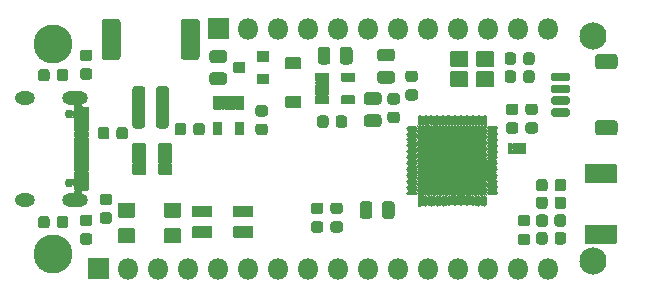
<source format=gbr>
G04 #@! TF.GenerationSoftware,KiCad,Pcbnew,(5.1.7-0-10_14)*
G04 #@! TF.CreationDate,2020-10-21T09:18:26+08:00*
G04 #@! TF.ProjectId,Feather_STM32WB55,46656174-6865-4725-9f53-544d33325742,rev?*
G04 #@! TF.SameCoordinates,Original*
G04 #@! TF.FileFunction,Soldermask,Top*
G04 #@! TF.FilePolarity,Negative*
%FSLAX46Y46*%
G04 Gerber Fmt 4.6, Leading zero omitted, Abs format (unit mm)*
G04 Created by KiCad (PCBNEW (5.1.7-0-10_14)) date 2020-10-21 09:18:26*
%MOMM*%
%LPD*%
G01*
G04 APERTURE LIST*
%ADD10C,0.752000*%
%ADD11O,1.702000X1.102000*%
%ADD12O,2.202000X1.102000*%
%ADD13O,1.802000X1.802000*%
%ADD14C,3.302000*%
%ADD15C,2.302000*%
%ADD16C,0.100000*%
G04 APERTURE END LIST*
G36*
G01*
X131365000Y-95855000D02*
X132515000Y-95855000D01*
G75*
G02*
X132566000Y-95906000I0J-51000D01*
G01*
X132566000Y-96206000D01*
G75*
G02*
X132515000Y-96257000I-51000J0D01*
G01*
X131365000Y-96257000D01*
G75*
G02*
X131314000Y-96206000I0J51000D01*
G01*
X131314000Y-95906000D01*
G75*
G02*
X131365000Y-95855000I51000J0D01*
G01*
G37*
G36*
G01*
X131365000Y-95055000D02*
X132515000Y-95055000D01*
G75*
G02*
X132566000Y-95106000I0J-51000D01*
G01*
X132566000Y-95406000D01*
G75*
G02*
X132515000Y-95457000I-51000J0D01*
G01*
X131365000Y-95457000D01*
G75*
G02*
X131314000Y-95406000I0J51000D01*
G01*
X131314000Y-95106000D01*
G75*
G02*
X131365000Y-95055000I51000J0D01*
G01*
G37*
G36*
G01*
X131365000Y-90255000D02*
X132515000Y-90255000D01*
G75*
G02*
X132566000Y-90306000I0J-51000D01*
G01*
X132566000Y-90606000D01*
G75*
G02*
X132515000Y-90657000I-51000J0D01*
G01*
X131365000Y-90657000D01*
G75*
G02*
X131314000Y-90606000I0J51000D01*
G01*
X131314000Y-90306000D01*
G75*
G02*
X131365000Y-90255000I51000J0D01*
G01*
G37*
G36*
G01*
X131365000Y-89455000D02*
X132515000Y-89455000D01*
G75*
G02*
X132566000Y-89506000I0J-51000D01*
G01*
X132566000Y-89806000D01*
G75*
G02*
X132515000Y-89857000I-51000J0D01*
G01*
X131365000Y-89857000D01*
G75*
G02*
X131314000Y-89806000I0J51000D01*
G01*
X131314000Y-89506000D01*
G75*
G02*
X131365000Y-89455000I51000J0D01*
G01*
G37*
G36*
G01*
X131365000Y-89155000D02*
X132515000Y-89155000D01*
G75*
G02*
X132566000Y-89206000I0J-51000D01*
G01*
X132566000Y-89506000D01*
G75*
G02*
X132515000Y-89557000I-51000J0D01*
G01*
X131365000Y-89557000D01*
G75*
G02*
X131314000Y-89506000I0J51000D01*
G01*
X131314000Y-89206000D01*
G75*
G02*
X131365000Y-89155000I51000J0D01*
G01*
G37*
G36*
G01*
X131365000Y-89955000D02*
X132515000Y-89955000D01*
G75*
G02*
X132566000Y-90006000I0J-51000D01*
G01*
X132566000Y-90306000D01*
G75*
G02*
X132515000Y-90357000I-51000J0D01*
G01*
X131365000Y-90357000D01*
G75*
G02*
X131314000Y-90306000I0J51000D01*
G01*
X131314000Y-90006000D01*
G75*
G02*
X131365000Y-89955000I51000J0D01*
G01*
G37*
G36*
G01*
X131365000Y-90755000D02*
X132515000Y-90755000D01*
G75*
G02*
X132566000Y-90806000I0J-51000D01*
G01*
X132566000Y-91106000D01*
G75*
G02*
X132515000Y-91157000I-51000J0D01*
G01*
X131365000Y-91157000D01*
G75*
G02*
X131314000Y-91106000I0J51000D01*
G01*
X131314000Y-90806000D01*
G75*
G02*
X131365000Y-90755000I51000J0D01*
G01*
G37*
G36*
G01*
X131365000Y-91255000D02*
X132515000Y-91255000D01*
G75*
G02*
X132566000Y-91306000I0J-51000D01*
G01*
X132566000Y-91606000D01*
G75*
G02*
X132515000Y-91657000I-51000J0D01*
G01*
X131365000Y-91657000D01*
G75*
G02*
X131314000Y-91606000I0J51000D01*
G01*
X131314000Y-91306000D01*
G75*
G02*
X131365000Y-91255000I51000J0D01*
G01*
G37*
G36*
G01*
X131365000Y-91755000D02*
X132515000Y-91755000D01*
G75*
G02*
X132566000Y-91806000I0J-51000D01*
G01*
X132566000Y-92106000D01*
G75*
G02*
X132515000Y-92157000I-51000J0D01*
G01*
X131365000Y-92157000D01*
G75*
G02*
X131314000Y-92106000I0J51000D01*
G01*
X131314000Y-91806000D01*
G75*
G02*
X131365000Y-91755000I51000J0D01*
G01*
G37*
G36*
G01*
X131365000Y-92255000D02*
X132515000Y-92255000D01*
G75*
G02*
X132566000Y-92306000I0J-51000D01*
G01*
X132566000Y-92606000D01*
G75*
G02*
X132515000Y-92657000I-51000J0D01*
G01*
X131365000Y-92657000D01*
G75*
G02*
X131314000Y-92606000I0J51000D01*
G01*
X131314000Y-92306000D01*
G75*
G02*
X131365000Y-92255000I51000J0D01*
G01*
G37*
G36*
G01*
X131365000Y-92755000D02*
X132515000Y-92755000D01*
G75*
G02*
X132566000Y-92806000I0J-51000D01*
G01*
X132566000Y-93106000D01*
G75*
G02*
X132515000Y-93157000I-51000J0D01*
G01*
X131365000Y-93157000D01*
G75*
G02*
X131314000Y-93106000I0J51000D01*
G01*
X131314000Y-92806000D01*
G75*
G02*
X131365000Y-92755000I51000J0D01*
G01*
G37*
G36*
G01*
X131365000Y-93255000D02*
X132515000Y-93255000D01*
G75*
G02*
X132566000Y-93306000I0J-51000D01*
G01*
X132566000Y-93606000D01*
G75*
G02*
X132515000Y-93657000I-51000J0D01*
G01*
X131365000Y-93657000D01*
G75*
G02*
X131314000Y-93606000I0J51000D01*
G01*
X131314000Y-93306000D01*
G75*
G02*
X131365000Y-93255000I51000J0D01*
G01*
G37*
G36*
G01*
X131365000Y-93755000D02*
X132515000Y-93755000D01*
G75*
G02*
X132566000Y-93806000I0J-51000D01*
G01*
X132566000Y-94106000D01*
G75*
G02*
X132515000Y-94157000I-51000J0D01*
G01*
X131365000Y-94157000D01*
G75*
G02*
X131314000Y-94106000I0J51000D01*
G01*
X131314000Y-93806000D01*
G75*
G02*
X131365000Y-93755000I51000J0D01*
G01*
G37*
G36*
G01*
X131365000Y-94255000D02*
X132515000Y-94255000D01*
G75*
G02*
X132566000Y-94306000I0J-51000D01*
G01*
X132566000Y-94606000D01*
G75*
G02*
X132515000Y-94657000I-51000J0D01*
G01*
X131365000Y-94657000D01*
G75*
G02*
X131314000Y-94606000I0J51000D01*
G01*
X131314000Y-94306000D01*
G75*
G02*
X131365000Y-94255000I51000J0D01*
G01*
G37*
G36*
G01*
X131365000Y-94755000D02*
X132515000Y-94755000D01*
G75*
G02*
X132566000Y-94806000I0J-51000D01*
G01*
X132566000Y-95106000D01*
G75*
G02*
X132515000Y-95157000I-51000J0D01*
G01*
X131365000Y-95157000D01*
G75*
G02*
X131314000Y-95106000I0J51000D01*
G01*
X131314000Y-94806000D01*
G75*
G02*
X131365000Y-94755000I51000J0D01*
G01*
G37*
G36*
G01*
X131365000Y-95555000D02*
X132515000Y-95555000D01*
G75*
G02*
X132566000Y-95606000I0J-51000D01*
G01*
X132566000Y-95906000D01*
G75*
G02*
X132515000Y-95957000I-51000J0D01*
G01*
X131365000Y-95957000D01*
G75*
G02*
X131314000Y-95906000I0J51000D01*
G01*
X131314000Y-95606000D01*
G75*
G02*
X131365000Y-95555000I51000J0D01*
G01*
G37*
D10*
X130875000Y-89816000D03*
X130875000Y-95596000D03*
D11*
X127195000Y-97026000D03*
X127195000Y-88386000D03*
D12*
X131375000Y-97026000D03*
X131375000Y-88386000D03*
G36*
G01*
X174600000Y-94049000D02*
X177200000Y-94049000D01*
G75*
G02*
X177251000Y-94100000I0J-51000D01*
G01*
X177251000Y-95600000D01*
G75*
G02*
X177200000Y-95651000I-51000J0D01*
G01*
X174600000Y-95651000D01*
G75*
G02*
X174549000Y-95600000I0J51000D01*
G01*
X174549000Y-94100000D01*
G75*
G02*
X174600000Y-94049000I51000J0D01*
G01*
G37*
G36*
G01*
X174600000Y-99149000D02*
X177200000Y-99149000D01*
G75*
G02*
X177251000Y-99200000I0J-51000D01*
G01*
X177251000Y-100700000D01*
G75*
G02*
X177200000Y-100751000I-51000J0D01*
G01*
X174600000Y-100751000D01*
G75*
G02*
X174549000Y-100700000I0J51000D01*
G01*
X174549000Y-99200000D01*
G75*
G02*
X174600000Y-99149000I51000J0D01*
G01*
G37*
G36*
G01*
X169211000Y-92625000D02*
X169211000Y-92325000D01*
G75*
G02*
X169262000Y-92274000I51000J0D01*
G01*
X169562000Y-92274000D01*
G75*
G02*
X169613000Y-92325000I0J-51000D01*
G01*
X169613000Y-92625000D01*
G75*
G02*
X169562000Y-92676000I-51000J0D01*
G01*
X169262000Y-92676000D01*
G75*
G02*
X169211000Y-92625000I0J51000D01*
G01*
G37*
G36*
G01*
X168624000Y-92625000D02*
X168624000Y-92325000D01*
G75*
G02*
X168675000Y-92274000I51000J0D01*
G01*
X168975000Y-92274000D01*
G75*
G02*
X169026000Y-92325000I0J-51000D01*
G01*
X169026000Y-92625000D01*
G75*
G02*
X168975000Y-92676000I-51000J0D01*
G01*
X168675000Y-92676000D01*
G75*
G02*
X168624000Y-92625000I0J51000D01*
G01*
G37*
G36*
G01*
X168037000Y-92625000D02*
X168037000Y-92325000D01*
G75*
G02*
X168088000Y-92274000I51000J0D01*
G01*
X168388000Y-92274000D01*
G75*
G02*
X168439000Y-92325000I0J-51000D01*
G01*
X168439000Y-92625000D01*
G75*
G02*
X168388000Y-92676000I-51000J0D01*
G01*
X168088000Y-92676000D01*
G75*
G02*
X168037000Y-92625000I0J51000D01*
G01*
G37*
G36*
G01*
X168037000Y-93125000D02*
X168037000Y-92825000D01*
G75*
G02*
X168088000Y-92774000I51000J0D01*
G01*
X168388000Y-92774000D01*
G75*
G02*
X168439000Y-92825000I0J-51000D01*
G01*
X168439000Y-93125000D01*
G75*
G02*
X168388000Y-93176000I-51000J0D01*
G01*
X168088000Y-93176000D01*
G75*
G02*
X168037000Y-93125000I0J51000D01*
G01*
G37*
G36*
G01*
X168624000Y-93125000D02*
X168624000Y-92825000D01*
G75*
G02*
X168675000Y-92774000I51000J0D01*
G01*
X168975000Y-92774000D01*
G75*
G02*
X169026000Y-92825000I0J-51000D01*
G01*
X169026000Y-93125000D01*
G75*
G02*
X168975000Y-93176000I-51000J0D01*
G01*
X168675000Y-93176000D01*
G75*
G02*
X168624000Y-93125000I0J51000D01*
G01*
G37*
G36*
G01*
X169211000Y-93125000D02*
X169211000Y-92825000D01*
G75*
G02*
X169262000Y-92774000I51000J0D01*
G01*
X169562000Y-92774000D01*
G75*
G02*
X169613000Y-92825000I0J-51000D01*
G01*
X169613000Y-93125000D01*
G75*
G02*
X169562000Y-93176000I-51000J0D01*
G01*
X169262000Y-93176000D01*
G75*
G02*
X169211000Y-93125000I0J51000D01*
G01*
G37*
G36*
G01*
X169681750Y-99301000D02*
X169118250Y-99301000D01*
G75*
G02*
X168874000Y-99056750I0J244250D01*
G01*
X168874000Y-98568250D01*
G75*
G02*
X169118250Y-98324000I244250J0D01*
G01*
X169681750Y-98324000D01*
G75*
G02*
X169926000Y-98568250I0J-244250D01*
G01*
X169926000Y-99056750D01*
G75*
G02*
X169681750Y-99301000I-244250J0D01*
G01*
G37*
G36*
G01*
X169681750Y-100876000D02*
X169118250Y-100876000D01*
G75*
G02*
X168874000Y-100631750I0J244250D01*
G01*
X168874000Y-100143250D01*
G75*
G02*
X169118250Y-99899000I244250J0D01*
G01*
X169681750Y-99899000D01*
G75*
G02*
X169926000Y-100143250I0J-244250D01*
G01*
X169926000Y-100631750D01*
G75*
G02*
X169681750Y-100876000I-244250J0D01*
G01*
G37*
G36*
G01*
X129839000Y-86768750D02*
X129839000Y-86205250D01*
G75*
G02*
X130083250Y-85961000I244250J0D01*
G01*
X130571750Y-85961000D01*
G75*
G02*
X130816000Y-86205250I0J-244250D01*
G01*
X130816000Y-86768750D01*
G75*
G02*
X130571750Y-87013000I-244250J0D01*
G01*
X130083250Y-87013000D01*
G75*
G02*
X129839000Y-86768750I0J244250D01*
G01*
G37*
G36*
G01*
X128264000Y-86768750D02*
X128264000Y-86205250D01*
G75*
G02*
X128508250Y-85961000I244250J0D01*
G01*
X128996750Y-85961000D01*
G75*
G02*
X129241000Y-86205250I0J-244250D01*
G01*
X129241000Y-86768750D01*
G75*
G02*
X128996750Y-87013000I-244250J0D01*
G01*
X128508250Y-87013000D01*
G75*
G02*
X128264000Y-86768750I0J244250D01*
G01*
G37*
G36*
G01*
X129241000Y-98651250D02*
X129241000Y-99214750D01*
G75*
G02*
X128996750Y-99459000I-244250J0D01*
G01*
X128508250Y-99459000D01*
G75*
G02*
X128264000Y-99214750I0J244250D01*
G01*
X128264000Y-98651250D01*
G75*
G02*
X128508250Y-98407000I244250J0D01*
G01*
X128996750Y-98407000D01*
G75*
G02*
X129241000Y-98651250I0J-244250D01*
G01*
G37*
G36*
G01*
X130816000Y-98651250D02*
X130816000Y-99214750D01*
G75*
G02*
X130571750Y-99459000I-244250J0D01*
G01*
X130083250Y-99459000D01*
G75*
G02*
X129839000Y-99214750I0J244250D01*
G01*
X129839000Y-98651250D01*
G75*
G02*
X130083250Y-98407000I244250J0D01*
G01*
X130571750Y-98407000D01*
G75*
G02*
X130816000Y-98651250I0J-244250D01*
G01*
G37*
G36*
G01*
X171974000Y-99075500D02*
X171974000Y-98524500D01*
G75*
G02*
X172224500Y-98274000I250500J0D01*
G01*
X172725500Y-98274000D01*
G75*
G02*
X172976000Y-98524500I0J-250500D01*
G01*
X172976000Y-99075500D01*
G75*
G02*
X172725500Y-99326000I-250500J0D01*
G01*
X172224500Y-99326000D01*
G75*
G02*
X171974000Y-99075500I0J250500D01*
G01*
G37*
G36*
G01*
X170424000Y-99075500D02*
X170424000Y-98524500D01*
G75*
G02*
X170674500Y-98274000I250500J0D01*
G01*
X171175500Y-98274000D01*
G75*
G02*
X171426000Y-98524500I0J-250500D01*
G01*
X171426000Y-99075500D01*
G75*
G02*
X171175500Y-99326000I-250500J0D01*
G01*
X170674500Y-99326000D01*
G75*
G02*
X170424000Y-99075500I0J250500D01*
G01*
G37*
G36*
G01*
X141299000Y-98450000D02*
X141299000Y-97600000D01*
G75*
G02*
X141350000Y-97549000I51000J0D01*
G01*
X142950000Y-97549000D01*
G75*
G02*
X143001000Y-97600000I0J-51000D01*
G01*
X143001000Y-98450000D01*
G75*
G02*
X142950000Y-98501000I-51000J0D01*
G01*
X141350000Y-98501000D01*
G75*
G02*
X141299000Y-98450000I0J51000D01*
G01*
G37*
G36*
G01*
X141299000Y-100200000D02*
X141299000Y-99350000D01*
G75*
G02*
X141350000Y-99299000I51000J0D01*
G01*
X142950000Y-99299000D01*
G75*
G02*
X143001000Y-99350000I0J-51000D01*
G01*
X143001000Y-100200000D01*
G75*
G02*
X142950000Y-100251000I-51000J0D01*
G01*
X141350000Y-100251000D01*
G75*
G02*
X141299000Y-100200000I0J51000D01*
G01*
G37*
G36*
G01*
X144799000Y-98450000D02*
X144799000Y-97600000D01*
G75*
G02*
X144850000Y-97549000I51000J0D01*
G01*
X146450000Y-97549000D01*
G75*
G02*
X146501000Y-97600000I0J-51000D01*
G01*
X146501000Y-98450000D01*
G75*
G02*
X146450000Y-98501000I-51000J0D01*
G01*
X144850000Y-98501000D01*
G75*
G02*
X144799000Y-98450000I0J51000D01*
G01*
G37*
G36*
G01*
X144799000Y-100200000D02*
X144799000Y-99350000D01*
G75*
G02*
X144850000Y-99299000I51000J0D01*
G01*
X146450000Y-99299000D01*
G75*
G02*
X146501000Y-99350000I0J-51000D01*
G01*
X146501000Y-100200000D01*
G75*
G02*
X146450000Y-100251000I-51000J0D01*
G01*
X144850000Y-100251000D01*
G75*
G02*
X144799000Y-100200000I0J51000D01*
G01*
G37*
G36*
G01*
X166172000Y-96627000D02*
X160472000Y-96627000D01*
G75*
G02*
X160421000Y-96576000I0J51000D01*
G01*
X160421000Y-90876000D01*
G75*
G02*
X160472000Y-90825000I51000J0D01*
G01*
X166172000Y-90825000D01*
G75*
G02*
X166223000Y-90876000I0J-51000D01*
G01*
X166223000Y-96576000D01*
G75*
G02*
X166172000Y-96627000I-51000J0D01*
G01*
G37*
G36*
G01*
X160254334Y-96648237D02*
X159587172Y-96648237D01*
G75*
G02*
X159414935Y-96476000I0J172237D01*
G01*
X159414935Y-96476000D01*
G75*
G02*
X159587172Y-96303763I172237J0D01*
G01*
X160254334Y-96303763D01*
G75*
G02*
X160426571Y-96476000I0J-172237D01*
G01*
X160426571Y-96476000D01*
G75*
G02*
X160254334Y-96648237I-172237J0D01*
G01*
G37*
G36*
G01*
X160254334Y-96148237D02*
X159587172Y-96148237D01*
G75*
G02*
X159414935Y-95976000I0J172237D01*
G01*
X159414935Y-95976000D01*
G75*
G02*
X159587172Y-95803763I172237J0D01*
G01*
X160254334Y-95803763D01*
G75*
G02*
X160426571Y-95976000I0J-172237D01*
G01*
X160426571Y-95976000D01*
G75*
G02*
X160254334Y-96148237I-172237J0D01*
G01*
G37*
G36*
G01*
X160254334Y-95648237D02*
X159587172Y-95648237D01*
G75*
G02*
X159414935Y-95476000I0J172237D01*
G01*
X159414935Y-95476000D01*
G75*
G02*
X159587172Y-95303763I172237J0D01*
G01*
X160254334Y-95303763D01*
G75*
G02*
X160426571Y-95476000I0J-172237D01*
G01*
X160426571Y-95476000D01*
G75*
G02*
X160254334Y-95648237I-172237J0D01*
G01*
G37*
G36*
G01*
X160254334Y-95148237D02*
X159587172Y-95148237D01*
G75*
G02*
X159414935Y-94976000I0J172237D01*
G01*
X159414935Y-94976000D01*
G75*
G02*
X159587172Y-94803763I172237J0D01*
G01*
X160254334Y-94803763D01*
G75*
G02*
X160426571Y-94976000I0J-172237D01*
G01*
X160426571Y-94976000D01*
G75*
G02*
X160254334Y-95148237I-172237J0D01*
G01*
G37*
G36*
G01*
X160254334Y-94648237D02*
X159587172Y-94648237D01*
G75*
G02*
X159414935Y-94476000I0J172237D01*
G01*
X159414935Y-94476000D01*
G75*
G02*
X159587172Y-94303763I172237J0D01*
G01*
X160254334Y-94303763D01*
G75*
G02*
X160426571Y-94476000I0J-172237D01*
G01*
X160426571Y-94476000D01*
G75*
G02*
X160254334Y-94648237I-172237J0D01*
G01*
G37*
G36*
G01*
X160254334Y-94148237D02*
X159587172Y-94148237D01*
G75*
G02*
X159414935Y-93976000I0J172237D01*
G01*
X159414935Y-93976000D01*
G75*
G02*
X159587172Y-93803763I172237J0D01*
G01*
X160254334Y-93803763D01*
G75*
G02*
X160426571Y-93976000I0J-172237D01*
G01*
X160426571Y-93976000D01*
G75*
G02*
X160254334Y-94148237I-172237J0D01*
G01*
G37*
G36*
G01*
X160254334Y-93648237D02*
X159587172Y-93648237D01*
G75*
G02*
X159414935Y-93476000I0J172237D01*
G01*
X159414935Y-93476000D01*
G75*
G02*
X159587172Y-93303763I172237J0D01*
G01*
X160254334Y-93303763D01*
G75*
G02*
X160426571Y-93476000I0J-172237D01*
G01*
X160426571Y-93476000D01*
G75*
G02*
X160254334Y-93648237I-172237J0D01*
G01*
G37*
G36*
G01*
X160254334Y-93148237D02*
X159587172Y-93148237D01*
G75*
G02*
X159414935Y-92976000I0J172237D01*
G01*
X159414935Y-92976000D01*
G75*
G02*
X159587172Y-92803763I172237J0D01*
G01*
X160254334Y-92803763D01*
G75*
G02*
X160426571Y-92976000I0J-172237D01*
G01*
X160426571Y-92976000D01*
G75*
G02*
X160254334Y-93148237I-172237J0D01*
G01*
G37*
G36*
G01*
X160254334Y-92648237D02*
X159587172Y-92648237D01*
G75*
G02*
X159414935Y-92476000I0J172237D01*
G01*
X159414935Y-92476000D01*
G75*
G02*
X159587172Y-92303763I172237J0D01*
G01*
X160254334Y-92303763D01*
G75*
G02*
X160426571Y-92476000I0J-172237D01*
G01*
X160426571Y-92476000D01*
G75*
G02*
X160254334Y-92648237I-172237J0D01*
G01*
G37*
G36*
G01*
X160254334Y-92148237D02*
X159587172Y-92148237D01*
G75*
G02*
X159414935Y-91976000I0J172237D01*
G01*
X159414935Y-91976000D01*
G75*
G02*
X159587172Y-91803763I172237J0D01*
G01*
X160254334Y-91803763D01*
G75*
G02*
X160426571Y-91976000I0J-172237D01*
G01*
X160426571Y-91976000D01*
G75*
G02*
X160254334Y-92148237I-172237J0D01*
G01*
G37*
G36*
G01*
X160254334Y-91648237D02*
X159587172Y-91648237D01*
G75*
G02*
X159414935Y-91476000I0J172237D01*
G01*
X159414935Y-91476000D01*
G75*
G02*
X159587172Y-91303763I172237J0D01*
G01*
X160254334Y-91303763D01*
G75*
G02*
X160426571Y-91476000I0J-172237D01*
G01*
X160426571Y-91476000D01*
G75*
G02*
X160254334Y-91648237I-172237J0D01*
G01*
G37*
G36*
G01*
X160254334Y-91148237D02*
X159587172Y-91148237D01*
G75*
G02*
X159414935Y-90976000I0J172237D01*
G01*
X159414935Y-90976000D01*
G75*
G02*
X159587172Y-90803763I172237J0D01*
G01*
X160254334Y-90803763D01*
G75*
G02*
X160426571Y-90976000I0J-172237D01*
G01*
X160426571Y-90976000D01*
G75*
G02*
X160254334Y-91148237I-172237J0D01*
G01*
G37*
G36*
G01*
X167056829Y-91148237D02*
X166389667Y-91148237D01*
G75*
G02*
X166217430Y-90976000I0J172237D01*
G01*
X166217430Y-90976000D01*
G75*
G02*
X166389667Y-90803763I172237J0D01*
G01*
X167056829Y-90803763D01*
G75*
G02*
X167229066Y-90976000I0J-172237D01*
G01*
X167229066Y-90976000D01*
G75*
G02*
X167056829Y-91148237I-172237J0D01*
G01*
G37*
G36*
G01*
X167056829Y-91648237D02*
X166389667Y-91648237D01*
G75*
G02*
X166217430Y-91476000I0J172237D01*
G01*
X166217430Y-91476000D01*
G75*
G02*
X166389667Y-91303763I172237J0D01*
G01*
X167056829Y-91303763D01*
G75*
G02*
X167229066Y-91476000I0J-172237D01*
G01*
X167229066Y-91476000D01*
G75*
G02*
X167056829Y-91648237I-172237J0D01*
G01*
G37*
G36*
G01*
X167056829Y-92148237D02*
X166389667Y-92148237D01*
G75*
G02*
X166217430Y-91976000I0J172237D01*
G01*
X166217430Y-91976000D01*
G75*
G02*
X166389667Y-91803763I172237J0D01*
G01*
X167056829Y-91803763D01*
G75*
G02*
X167229066Y-91976000I0J-172237D01*
G01*
X167229066Y-91976000D01*
G75*
G02*
X167056829Y-92148237I-172237J0D01*
G01*
G37*
G36*
G01*
X167056829Y-92648237D02*
X166389667Y-92648237D01*
G75*
G02*
X166217430Y-92476000I0J172237D01*
G01*
X166217430Y-92476000D01*
G75*
G02*
X166389667Y-92303763I172237J0D01*
G01*
X167056829Y-92303763D01*
G75*
G02*
X167229066Y-92476000I0J-172237D01*
G01*
X167229066Y-92476000D01*
G75*
G02*
X167056829Y-92648237I-172237J0D01*
G01*
G37*
G36*
G01*
X167056829Y-93148237D02*
X166389667Y-93148237D01*
G75*
G02*
X166217430Y-92976000I0J172237D01*
G01*
X166217430Y-92976000D01*
G75*
G02*
X166389667Y-92803763I172237J0D01*
G01*
X167056829Y-92803763D01*
G75*
G02*
X167229066Y-92976000I0J-172237D01*
G01*
X167229066Y-92976000D01*
G75*
G02*
X167056829Y-93148237I-172237J0D01*
G01*
G37*
G36*
G01*
X167056829Y-93648237D02*
X166389667Y-93648237D01*
G75*
G02*
X166217430Y-93476000I0J172237D01*
G01*
X166217430Y-93476000D01*
G75*
G02*
X166389667Y-93303763I172237J0D01*
G01*
X167056829Y-93303763D01*
G75*
G02*
X167229066Y-93476000I0J-172237D01*
G01*
X167229066Y-93476000D01*
G75*
G02*
X167056829Y-93648237I-172237J0D01*
G01*
G37*
G36*
G01*
X167056829Y-94148237D02*
X166389667Y-94148237D01*
G75*
G02*
X166217430Y-93976000I0J172237D01*
G01*
X166217430Y-93976000D01*
G75*
G02*
X166389667Y-93803763I172237J0D01*
G01*
X167056829Y-93803763D01*
G75*
G02*
X167229066Y-93976000I0J-172237D01*
G01*
X167229066Y-93976000D01*
G75*
G02*
X167056829Y-94148237I-172237J0D01*
G01*
G37*
G36*
G01*
X167056829Y-94648237D02*
X166389667Y-94648237D01*
G75*
G02*
X166217430Y-94476000I0J172237D01*
G01*
X166217430Y-94476000D01*
G75*
G02*
X166389667Y-94303763I172237J0D01*
G01*
X167056829Y-94303763D01*
G75*
G02*
X167229066Y-94476000I0J-172237D01*
G01*
X167229066Y-94476000D01*
G75*
G02*
X167056829Y-94648237I-172237J0D01*
G01*
G37*
G36*
G01*
X167056829Y-95148237D02*
X166389667Y-95148237D01*
G75*
G02*
X166217430Y-94976000I0J172237D01*
G01*
X166217430Y-94976000D01*
G75*
G02*
X166389667Y-94803763I172237J0D01*
G01*
X167056829Y-94803763D01*
G75*
G02*
X167229066Y-94976000I0J-172237D01*
G01*
X167229066Y-94976000D01*
G75*
G02*
X167056829Y-95148237I-172237J0D01*
G01*
G37*
G36*
G01*
X167056829Y-95648237D02*
X166389667Y-95648237D01*
G75*
G02*
X166217430Y-95476000I0J172237D01*
G01*
X166217430Y-95476000D01*
G75*
G02*
X166389667Y-95303763I172237J0D01*
G01*
X167056829Y-95303763D01*
G75*
G02*
X167229066Y-95476000I0J-172237D01*
G01*
X167229066Y-95476000D01*
G75*
G02*
X167056829Y-95648237I-172237J0D01*
G01*
G37*
G36*
G01*
X167056829Y-96148237D02*
X166389667Y-96148237D01*
G75*
G02*
X166217430Y-95976000I0J172237D01*
G01*
X166217430Y-95976000D01*
G75*
G02*
X166389667Y-95803763I172237J0D01*
G01*
X167056829Y-95803763D01*
G75*
G02*
X167229066Y-95976000I0J-172237D01*
G01*
X167229066Y-95976000D01*
G75*
G02*
X167056829Y-96148237I-172237J0D01*
G01*
G37*
G36*
G01*
X167056829Y-96648237D02*
X166389667Y-96648237D01*
G75*
G02*
X166217430Y-96476000I0J172237D01*
G01*
X166217430Y-96476000D01*
G75*
G02*
X166389667Y-96303763I172237J0D01*
G01*
X167056829Y-96303763D01*
G75*
G02*
X167229066Y-96476000I0J-172237D01*
G01*
X167229066Y-96476000D01*
G75*
G02*
X167056829Y-96648237I-172237J0D01*
G01*
G37*
G36*
G01*
X160572000Y-90830570D02*
X160572000Y-90830570D01*
G75*
G02*
X160399763Y-90658333I0J172237D01*
G01*
X160399763Y-89991171D01*
G75*
G02*
X160572000Y-89818934I172237J0D01*
G01*
X160572000Y-89818934D01*
G75*
G02*
X160744237Y-89991171I0J-172237D01*
G01*
X160744237Y-90658333D01*
G75*
G02*
X160572000Y-90830570I-172237J0D01*
G01*
G37*
G36*
G01*
X161072000Y-90830570D02*
X161072000Y-90830570D01*
G75*
G02*
X160899763Y-90658333I0J172237D01*
G01*
X160899763Y-89991171D01*
G75*
G02*
X161072000Y-89818934I172237J0D01*
G01*
X161072000Y-89818934D01*
G75*
G02*
X161244237Y-89991171I0J-172237D01*
G01*
X161244237Y-90658333D01*
G75*
G02*
X161072000Y-90830570I-172237J0D01*
G01*
G37*
G36*
G01*
X161572000Y-90830570D02*
X161572000Y-90830570D01*
G75*
G02*
X161399763Y-90658333I0J172237D01*
G01*
X161399763Y-89991171D01*
G75*
G02*
X161572000Y-89818934I172237J0D01*
G01*
X161572000Y-89818934D01*
G75*
G02*
X161744237Y-89991171I0J-172237D01*
G01*
X161744237Y-90658333D01*
G75*
G02*
X161572000Y-90830570I-172237J0D01*
G01*
G37*
G36*
G01*
X162072000Y-90830570D02*
X162072000Y-90830570D01*
G75*
G02*
X161899763Y-90658333I0J172237D01*
G01*
X161899763Y-89991171D01*
G75*
G02*
X162072000Y-89818934I172237J0D01*
G01*
X162072000Y-89818934D01*
G75*
G02*
X162244237Y-89991171I0J-172237D01*
G01*
X162244237Y-90658333D01*
G75*
G02*
X162072000Y-90830570I-172237J0D01*
G01*
G37*
G36*
G01*
X162572000Y-90830570D02*
X162572000Y-90830570D01*
G75*
G02*
X162399763Y-90658333I0J172237D01*
G01*
X162399763Y-89991171D01*
G75*
G02*
X162572000Y-89818934I172237J0D01*
G01*
X162572000Y-89818934D01*
G75*
G02*
X162744237Y-89991171I0J-172237D01*
G01*
X162744237Y-90658333D01*
G75*
G02*
X162572000Y-90830570I-172237J0D01*
G01*
G37*
G36*
G01*
X163072000Y-90830570D02*
X163072000Y-90830570D01*
G75*
G02*
X162899763Y-90658333I0J172237D01*
G01*
X162899763Y-89991171D01*
G75*
G02*
X163072000Y-89818934I172237J0D01*
G01*
X163072000Y-89818934D01*
G75*
G02*
X163244237Y-89991171I0J-172237D01*
G01*
X163244237Y-90658333D01*
G75*
G02*
X163072000Y-90830570I-172237J0D01*
G01*
G37*
G36*
G01*
X163572000Y-90830570D02*
X163572000Y-90830570D01*
G75*
G02*
X163399763Y-90658333I0J172237D01*
G01*
X163399763Y-89991171D01*
G75*
G02*
X163572000Y-89818934I172237J0D01*
G01*
X163572000Y-89818934D01*
G75*
G02*
X163744237Y-89991171I0J-172237D01*
G01*
X163744237Y-90658333D01*
G75*
G02*
X163572000Y-90830570I-172237J0D01*
G01*
G37*
G36*
G01*
X164072000Y-90830570D02*
X164072000Y-90830570D01*
G75*
G02*
X163899763Y-90658333I0J172237D01*
G01*
X163899763Y-89991171D01*
G75*
G02*
X164072000Y-89818934I172237J0D01*
G01*
X164072000Y-89818934D01*
G75*
G02*
X164244237Y-89991171I0J-172237D01*
G01*
X164244237Y-90658333D01*
G75*
G02*
X164072000Y-90830570I-172237J0D01*
G01*
G37*
G36*
G01*
X164572000Y-90830570D02*
X164572000Y-90830570D01*
G75*
G02*
X164399763Y-90658333I0J172237D01*
G01*
X164399763Y-89991171D01*
G75*
G02*
X164572000Y-89818934I172237J0D01*
G01*
X164572000Y-89818934D01*
G75*
G02*
X164744237Y-89991171I0J-172237D01*
G01*
X164744237Y-90658333D01*
G75*
G02*
X164572000Y-90830570I-172237J0D01*
G01*
G37*
G36*
G01*
X165072000Y-90830570D02*
X165072000Y-90830570D01*
G75*
G02*
X164899763Y-90658333I0J172237D01*
G01*
X164899763Y-89991171D01*
G75*
G02*
X165072000Y-89818934I172237J0D01*
G01*
X165072000Y-89818934D01*
G75*
G02*
X165244237Y-89991171I0J-172237D01*
G01*
X165244237Y-90658333D01*
G75*
G02*
X165072000Y-90830570I-172237J0D01*
G01*
G37*
G36*
G01*
X165572000Y-90830570D02*
X165572000Y-90830570D01*
G75*
G02*
X165399763Y-90658333I0J172237D01*
G01*
X165399763Y-89991171D01*
G75*
G02*
X165572000Y-89818934I172237J0D01*
G01*
X165572000Y-89818934D01*
G75*
G02*
X165744237Y-89991171I0J-172237D01*
G01*
X165744237Y-90658333D01*
G75*
G02*
X165572000Y-90830570I-172237J0D01*
G01*
G37*
G36*
G01*
X166072000Y-90830570D02*
X166072000Y-90830570D01*
G75*
G02*
X165899763Y-90658333I0J172237D01*
G01*
X165899763Y-89991171D01*
G75*
G02*
X166072000Y-89818934I172237J0D01*
G01*
X166072000Y-89818934D01*
G75*
G02*
X166244237Y-89991171I0J-172237D01*
G01*
X166244237Y-90658333D01*
G75*
G02*
X166072000Y-90830570I-172237J0D01*
G01*
G37*
G36*
G01*
X166072000Y-97633065D02*
X166072000Y-97633065D01*
G75*
G02*
X165899763Y-97460828I0J172237D01*
G01*
X165899763Y-96793666D01*
G75*
G02*
X166072000Y-96621429I172237J0D01*
G01*
X166072000Y-96621429D01*
G75*
G02*
X166244237Y-96793666I0J-172237D01*
G01*
X166244237Y-97460828D01*
G75*
G02*
X166072000Y-97633065I-172237J0D01*
G01*
G37*
G36*
G01*
X165572000Y-97633065D02*
X165572000Y-97633065D01*
G75*
G02*
X165399763Y-97460828I0J172237D01*
G01*
X165399763Y-96793666D01*
G75*
G02*
X165572000Y-96621429I172237J0D01*
G01*
X165572000Y-96621429D01*
G75*
G02*
X165744237Y-96793666I0J-172237D01*
G01*
X165744237Y-97460828D01*
G75*
G02*
X165572000Y-97633065I-172237J0D01*
G01*
G37*
G36*
G01*
X165072000Y-97633065D02*
X165072000Y-97633065D01*
G75*
G02*
X164899763Y-97460828I0J172237D01*
G01*
X164899763Y-96793666D01*
G75*
G02*
X165072000Y-96621429I172237J0D01*
G01*
X165072000Y-96621429D01*
G75*
G02*
X165244237Y-96793666I0J-172237D01*
G01*
X165244237Y-97460828D01*
G75*
G02*
X165072000Y-97633065I-172237J0D01*
G01*
G37*
G36*
G01*
X164572000Y-97633065D02*
X164572000Y-97633065D01*
G75*
G02*
X164399763Y-97460828I0J172237D01*
G01*
X164399763Y-96793666D01*
G75*
G02*
X164572000Y-96621429I172237J0D01*
G01*
X164572000Y-96621429D01*
G75*
G02*
X164744237Y-96793666I0J-172237D01*
G01*
X164744237Y-97460828D01*
G75*
G02*
X164572000Y-97633065I-172237J0D01*
G01*
G37*
G36*
G01*
X164072000Y-97633065D02*
X164072000Y-97633065D01*
G75*
G02*
X163899763Y-97460828I0J172237D01*
G01*
X163899763Y-96793666D01*
G75*
G02*
X164072000Y-96621429I172237J0D01*
G01*
X164072000Y-96621429D01*
G75*
G02*
X164244237Y-96793666I0J-172237D01*
G01*
X164244237Y-97460828D01*
G75*
G02*
X164072000Y-97633065I-172237J0D01*
G01*
G37*
G36*
G01*
X163572000Y-97633065D02*
X163572000Y-97633065D01*
G75*
G02*
X163399763Y-97460828I0J172237D01*
G01*
X163399763Y-96793666D01*
G75*
G02*
X163572000Y-96621429I172237J0D01*
G01*
X163572000Y-96621429D01*
G75*
G02*
X163744237Y-96793666I0J-172237D01*
G01*
X163744237Y-97460828D01*
G75*
G02*
X163572000Y-97633065I-172237J0D01*
G01*
G37*
G36*
G01*
X163072000Y-97633065D02*
X163072000Y-97633065D01*
G75*
G02*
X162899763Y-97460828I0J172237D01*
G01*
X162899763Y-96793666D01*
G75*
G02*
X163072000Y-96621429I172237J0D01*
G01*
X163072000Y-96621429D01*
G75*
G02*
X163244237Y-96793666I0J-172237D01*
G01*
X163244237Y-97460828D01*
G75*
G02*
X163072000Y-97633065I-172237J0D01*
G01*
G37*
G36*
G01*
X162572000Y-97633065D02*
X162572000Y-97633065D01*
G75*
G02*
X162399763Y-97460828I0J172237D01*
G01*
X162399763Y-96793666D01*
G75*
G02*
X162572000Y-96621429I172237J0D01*
G01*
X162572000Y-96621429D01*
G75*
G02*
X162744237Y-96793666I0J-172237D01*
G01*
X162744237Y-97460828D01*
G75*
G02*
X162572000Y-97633065I-172237J0D01*
G01*
G37*
G36*
G01*
X162072000Y-97633065D02*
X162072000Y-97633065D01*
G75*
G02*
X161899763Y-97460828I0J172237D01*
G01*
X161899763Y-96793666D01*
G75*
G02*
X162072000Y-96621429I172237J0D01*
G01*
X162072000Y-96621429D01*
G75*
G02*
X162244237Y-96793666I0J-172237D01*
G01*
X162244237Y-97460828D01*
G75*
G02*
X162072000Y-97633065I-172237J0D01*
G01*
G37*
G36*
G01*
X161572000Y-97633065D02*
X161572000Y-97633065D01*
G75*
G02*
X161399763Y-97460828I0J172237D01*
G01*
X161399763Y-96793666D01*
G75*
G02*
X161572000Y-96621429I172237J0D01*
G01*
X161572000Y-96621429D01*
G75*
G02*
X161744237Y-96793666I0J-172237D01*
G01*
X161744237Y-97460828D01*
G75*
G02*
X161572000Y-97633065I-172237J0D01*
G01*
G37*
G36*
G01*
X161072000Y-97633065D02*
X161072000Y-97633065D01*
G75*
G02*
X160899763Y-97460828I0J172237D01*
G01*
X160899763Y-96793666D01*
G75*
G02*
X161072000Y-96621429I172237J0D01*
G01*
X161072000Y-96621429D01*
G75*
G02*
X161244237Y-96793666I0J-172237D01*
G01*
X161244237Y-97460828D01*
G75*
G02*
X161072000Y-97633065I-172237J0D01*
G01*
G37*
G36*
G01*
X160693237Y-97633065D02*
X160450763Y-97633065D01*
G75*
G02*
X160399763Y-97582065I0J51000D01*
G01*
X160399763Y-96672429D01*
G75*
G02*
X160450763Y-96621429I51000J0D01*
G01*
X160693237Y-96621429D01*
G75*
G02*
X160744237Y-96672429I0J-51000D01*
G01*
X160744237Y-97582065D01*
G75*
G02*
X160693237Y-97633065I-51000J0D01*
G01*
G37*
G36*
G01*
X135246000Y-81976000D02*
X135246000Y-84944000D01*
G75*
G02*
X134979000Y-85211000I-267000J0D01*
G01*
X133911000Y-85211000D01*
G75*
G02*
X133644000Y-84944000I0J267000D01*
G01*
X133644000Y-81976000D01*
G75*
G02*
X133911000Y-81709000I267000J0D01*
G01*
X134979000Y-81709000D01*
G75*
G02*
X135246000Y-81976000I0J-267000D01*
G01*
G37*
G36*
G01*
X141946000Y-81976000D02*
X141946000Y-84944000D01*
G75*
G02*
X141679000Y-85211000I-267000J0D01*
G01*
X140611000Y-85211000D01*
G75*
G02*
X140344000Y-84944000I0J267000D01*
G01*
X140344000Y-81976000D01*
G75*
G02*
X140611000Y-81709000I267000J0D01*
G01*
X141679000Y-81709000D01*
G75*
G02*
X141946000Y-81976000I0J-267000D01*
G01*
G37*
G36*
G01*
X137346000Y-87684500D02*
X137346000Y-90735500D01*
G75*
G02*
X137070500Y-91011000I-275500J0D01*
G01*
X136519500Y-91011000D01*
G75*
G02*
X136244000Y-90735500I0J275500D01*
G01*
X136244000Y-87684500D01*
G75*
G02*
X136519500Y-87409000I275500J0D01*
G01*
X137070500Y-87409000D01*
G75*
G02*
X137346000Y-87684500I0J-275500D01*
G01*
G37*
G36*
G01*
X139346000Y-87684500D02*
X139346000Y-90735500D01*
G75*
G02*
X139070500Y-91011000I-275500J0D01*
G01*
X138519500Y-91011000D01*
G75*
G02*
X138244000Y-90735500I0J275500D01*
G01*
X138244000Y-87684500D01*
G75*
G02*
X138519500Y-87409000I275500J0D01*
G01*
X139070500Y-87409000D01*
G75*
G02*
X139346000Y-87684500I0J-275500D01*
G01*
G37*
G36*
G01*
X140348150Y-99500380D02*
X140348150Y-100648460D01*
G75*
G02*
X140297150Y-100699460I-51000J0D01*
G01*
X138999210Y-100699460D01*
G75*
G02*
X138948210Y-100648460I0J51000D01*
G01*
X138948210Y-99500380D01*
G75*
G02*
X138999210Y-99449380I51000J0D01*
G01*
X140297150Y-99449380D01*
G75*
G02*
X140348150Y-99500380I0J-51000D01*
G01*
G37*
G36*
G01*
X136451790Y-99500380D02*
X136451790Y-100648460D01*
G75*
G02*
X136400790Y-100699460I-51000J0D01*
G01*
X135102850Y-100699460D01*
G75*
G02*
X135051850Y-100648460I0J51000D01*
G01*
X135051850Y-99500380D01*
G75*
G02*
X135102850Y-99449380I51000J0D01*
G01*
X136400790Y-99449380D01*
G75*
G02*
X136451790Y-99500380I0J-51000D01*
G01*
G37*
G36*
G01*
X140348150Y-97351540D02*
X140348150Y-98499620D01*
G75*
G02*
X140297150Y-98550620I-51000J0D01*
G01*
X138999210Y-98550620D01*
G75*
G02*
X138948210Y-98499620I0J51000D01*
G01*
X138948210Y-97351540D01*
G75*
G02*
X138999210Y-97300540I51000J0D01*
G01*
X140297150Y-97300540D01*
G75*
G02*
X140348150Y-97351540I0J-51000D01*
G01*
G37*
G36*
G01*
X136451790Y-97351540D02*
X136451790Y-98499620D01*
G75*
G02*
X136400790Y-98550620I-51000J0D01*
G01*
X135102850Y-98550620D01*
G75*
G02*
X135051850Y-98499620I0J51000D01*
G01*
X135051850Y-97351540D01*
G75*
G02*
X135102850Y-97300540I51000J0D01*
G01*
X136400790Y-97300540D01*
G75*
G02*
X136451790Y-97351540I0J-51000D01*
G01*
G37*
G36*
G01*
X163165000Y-85729001D02*
X163165000Y-84528999D01*
G75*
G02*
X163215999Y-84478000I50999J0D01*
G01*
X164616001Y-84478000D01*
G75*
G02*
X164667000Y-84528999I0J-50999D01*
G01*
X164667000Y-85729001D01*
G75*
G02*
X164616001Y-85780000I-50999J0D01*
G01*
X163215999Y-85780000D01*
G75*
G02*
X163165000Y-85729001I0J50999D01*
G01*
G37*
G36*
G01*
X165365000Y-85729001D02*
X165365000Y-84528999D01*
G75*
G02*
X165415999Y-84478000I50999J0D01*
G01*
X166816001Y-84478000D01*
G75*
G02*
X166867000Y-84528999I0J-50999D01*
G01*
X166867000Y-85729001D01*
G75*
G02*
X166816001Y-85780000I-50999J0D01*
G01*
X165415999Y-85780000D01*
G75*
G02*
X165365000Y-85729001I0J50999D01*
G01*
G37*
G36*
G01*
X165365000Y-87429001D02*
X165365000Y-86228999D01*
G75*
G02*
X165415999Y-86178000I50999J0D01*
G01*
X166816001Y-86178000D01*
G75*
G02*
X166867000Y-86228999I0J-50999D01*
G01*
X166867000Y-87429001D01*
G75*
G02*
X166816001Y-87480000I-50999J0D01*
G01*
X165415999Y-87480000D01*
G75*
G02*
X165365000Y-87429001I0J50999D01*
G01*
G37*
G36*
G01*
X163165000Y-87429001D02*
X163165000Y-86228999D01*
G75*
G02*
X163215999Y-86178000I50999J0D01*
G01*
X164616001Y-86178000D01*
G75*
G02*
X164667000Y-86228999I0J-50999D01*
G01*
X164667000Y-87429001D01*
G75*
G02*
X164616001Y-87480000I-50999J0D01*
G01*
X163215999Y-87480000D01*
G75*
G02*
X163165000Y-87429001I0J50999D01*
G01*
G37*
D13*
X171450000Y-82550000D03*
X168910000Y-82550000D03*
X166370000Y-82550000D03*
X163830000Y-82550000D03*
X161290000Y-82550000D03*
X158750000Y-82550000D03*
X156210000Y-82550000D03*
X153670000Y-82550000D03*
X151130000Y-82550000D03*
X148590000Y-82550000D03*
X146050000Y-82550000D03*
G36*
G01*
X144360000Y-83451000D02*
X142660000Y-83451000D01*
G75*
G02*
X142609000Y-83400000I0J51000D01*
G01*
X142609000Y-81700000D01*
G75*
G02*
X142660000Y-81649000I51000J0D01*
G01*
X144360000Y-81649000D01*
G75*
G02*
X144411000Y-81700000I0J-51000D01*
G01*
X144411000Y-83400000D01*
G75*
G02*
X144360000Y-83451000I-51000J0D01*
G01*
G37*
X171450000Y-102870000D03*
X168910000Y-102870000D03*
X166370000Y-102870000D03*
X163830000Y-102870000D03*
X161290000Y-102870000D03*
X158750000Y-102870000D03*
X156210000Y-102870000D03*
X153670000Y-102870000D03*
X151130000Y-102870000D03*
X148590000Y-102870000D03*
X146050000Y-102870000D03*
X143510000Y-102870000D03*
X140970000Y-102870000D03*
X138430000Y-102870000D03*
X135890000Y-102870000D03*
G36*
G01*
X134200000Y-103771000D02*
X132500000Y-103771000D01*
G75*
G02*
X132449000Y-103720000I0J51000D01*
G01*
X132449000Y-102020000D01*
G75*
G02*
X132500000Y-101969000I51000J0D01*
G01*
X134200000Y-101969000D01*
G75*
G02*
X134251000Y-102020000I0J-51000D01*
G01*
X134251000Y-103720000D01*
G75*
G02*
X134200000Y-103771000I-51000J0D01*
G01*
G37*
D14*
X129540000Y-83820000D03*
X129540000Y-101600000D03*
D15*
X175260000Y-102235000D03*
X175260000Y-83185000D03*
G36*
G01*
X149260000Y-84971000D02*
X150460000Y-84971000D01*
G75*
G02*
X150511000Y-85022000I0J-51000D01*
G01*
X150511000Y-85922000D01*
G75*
G02*
X150460000Y-85973000I-51000J0D01*
G01*
X149260000Y-85973000D01*
G75*
G02*
X149209000Y-85922000I0J51000D01*
G01*
X149209000Y-85022000D01*
G75*
G02*
X149260000Y-84971000I51000J0D01*
G01*
G37*
G36*
G01*
X149260000Y-88271000D02*
X150460000Y-88271000D01*
G75*
G02*
X150511000Y-88322000I0J-51000D01*
G01*
X150511000Y-89222000D01*
G75*
G02*
X150460000Y-89273000I-51000J0D01*
G01*
X149260000Y-89273000D01*
G75*
G02*
X149209000Y-89222000I0J51000D01*
G01*
X149209000Y-88322000D01*
G75*
G02*
X149260000Y-88271000I51000J0D01*
G01*
G37*
G36*
G01*
X173148500Y-89989000D02*
X171847500Y-89989000D01*
G75*
G02*
X171672000Y-89813500I0J175500D01*
G01*
X171672000Y-89462500D01*
G75*
G02*
X171847500Y-89287000I175500J0D01*
G01*
X173148500Y-89287000D01*
G75*
G02*
X173324000Y-89462500I0J-175500D01*
G01*
X173324000Y-89813500D01*
G75*
G02*
X173148500Y-89989000I-175500J0D01*
G01*
G37*
G36*
G01*
X173148500Y-88989000D02*
X171847500Y-88989000D01*
G75*
G02*
X171672000Y-88813500I0J175500D01*
G01*
X171672000Y-88462500D01*
G75*
G02*
X171847500Y-88287000I175500J0D01*
G01*
X173148500Y-88287000D01*
G75*
G02*
X173324000Y-88462500I0J-175500D01*
G01*
X173324000Y-88813500D01*
G75*
G02*
X173148500Y-88989000I-175500J0D01*
G01*
G37*
G36*
G01*
X173148500Y-87989000D02*
X171847500Y-87989000D01*
G75*
G02*
X171672000Y-87813500I0J175500D01*
G01*
X171672000Y-87462500D01*
G75*
G02*
X171847500Y-87287000I175500J0D01*
G01*
X173148500Y-87287000D01*
G75*
G02*
X173324000Y-87462500I0J-175500D01*
G01*
X173324000Y-87813500D01*
G75*
G02*
X173148500Y-87989000I-175500J0D01*
G01*
G37*
G36*
G01*
X173148500Y-86989000D02*
X171847500Y-86989000D01*
G75*
G02*
X171672000Y-86813500I0J175500D01*
G01*
X171672000Y-86462500D01*
G75*
G02*
X171847500Y-86287000I175500J0D01*
G01*
X173148500Y-86287000D01*
G75*
G02*
X173324000Y-86462500I0J-175500D01*
G01*
X173324000Y-86813500D01*
G75*
G02*
X173148500Y-86989000I-175500J0D01*
G01*
G37*
G36*
G01*
X177052752Y-91589000D02*
X175693248Y-91589000D01*
G75*
G02*
X175422000Y-91317752I0J271248D01*
G01*
X175422000Y-90558248D01*
G75*
G02*
X175693248Y-90287000I271248J0D01*
G01*
X177052752Y-90287000D01*
G75*
G02*
X177324000Y-90558248I0J-271248D01*
G01*
X177324000Y-91317752D01*
G75*
G02*
X177052752Y-91589000I-271248J0D01*
G01*
G37*
G36*
G01*
X177052752Y-85989000D02*
X175693248Y-85989000D01*
G75*
G02*
X175422000Y-85717752I0J271248D01*
G01*
X175422000Y-84958248D01*
G75*
G02*
X175693248Y-84687000I271248J0D01*
G01*
X177052752Y-84687000D01*
G75*
G02*
X177324000Y-84958248I0J-271248D01*
G01*
X177324000Y-85717752D01*
G75*
G02*
X177052752Y-85989000I-271248J0D01*
G01*
G37*
G36*
G01*
X147805000Y-86402000D02*
X147805000Y-87202000D01*
G75*
G02*
X147754000Y-87253000I-51000J0D01*
G01*
X146854000Y-87253000D01*
G75*
G02*
X146803000Y-87202000I0J51000D01*
G01*
X146803000Y-86402000D01*
G75*
G02*
X146854000Y-86351000I51000J0D01*
G01*
X147754000Y-86351000D01*
G75*
G02*
X147805000Y-86402000I0J-51000D01*
G01*
G37*
G36*
G01*
X147805000Y-84502000D02*
X147805000Y-85302000D01*
G75*
G02*
X147754000Y-85353000I-51000J0D01*
G01*
X146854000Y-85353000D01*
G75*
G02*
X146803000Y-85302000I0J51000D01*
G01*
X146803000Y-84502000D01*
G75*
G02*
X146854000Y-84451000I51000J0D01*
G01*
X147754000Y-84451000D01*
G75*
G02*
X147805000Y-84502000I0J-51000D01*
G01*
G37*
G36*
G01*
X145805000Y-85452000D02*
X145805000Y-86252000D01*
G75*
G02*
X145754000Y-86303000I-51000J0D01*
G01*
X144854000Y-86303000D01*
G75*
G02*
X144803000Y-86252000I0J51000D01*
G01*
X144803000Y-85452000D01*
G75*
G02*
X144854000Y-85401000I51000J0D01*
G01*
X145754000Y-85401000D01*
G75*
G02*
X145805000Y-85452000I0J-51000D01*
G01*
G37*
G36*
G01*
X145023999Y-88235000D02*
X145674001Y-88235000D01*
G75*
G02*
X145725000Y-88285999I0J-50999D01*
G01*
X145725000Y-89346001D01*
G75*
G02*
X145674001Y-89397000I-50999J0D01*
G01*
X145023999Y-89397000D01*
G75*
G02*
X144973000Y-89346001I0J50999D01*
G01*
X144973000Y-88285999D01*
G75*
G02*
X145023999Y-88235000I50999J0D01*
G01*
G37*
G36*
G01*
X144073999Y-88235000D02*
X144724001Y-88235000D01*
G75*
G02*
X144775000Y-88285999I0J-50999D01*
G01*
X144775000Y-89346001D01*
G75*
G02*
X144724001Y-89397000I-50999J0D01*
G01*
X144073999Y-89397000D01*
G75*
G02*
X144023000Y-89346001I0J50999D01*
G01*
X144023000Y-88285999D01*
G75*
G02*
X144073999Y-88235000I50999J0D01*
G01*
G37*
G36*
G01*
X143123999Y-88235000D02*
X143774001Y-88235000D01*
G75*
G02*
X143825000Y-88285999I0J-50999D01*
G01*
X143825000Y-89346001D01*
G75*
G02*
X143774001Y-89397000I-50999J0D01*
G01*
X143123999Y-89397000D01*
G75*
G02*
X143073000Y-89346001I0J50999D01*
G01*
X143073000Y-88285999D01*
G75*
G02*
X143123999Y-88235000I50999J0D01*
G01*
G37*
G36*
G01*
X143123999Y-90435000D02*
X143774001Y-90435000D01*
G75*
G02*
X143825000Y-90485999I0J-50999D01*
G01*
X143825000Y-91546001D01*
G75*
G02*
X143774001Y-91597000I-50999J0D01*
G01*
X143123999Y-91597000D01*
G75*
G02*
X143073000Y-91546001I0J50999D01*
G01*
X143073000Y-90485999D01*
G75*
G02*
X143123999Y-90435000I50999J0D01*
G01*
G37*
G36*
G01*
X145023999Y-90435000D02*
X145674001Y-90435000D01*
G75*
G02*
X145725000Y-90485999I0J-50999D01*
G01*
X145725000Y-91546001D01*
G75*
G02*
X145674001Y-91597000I-50999J0D01*
G01*
X145023999Y-91597000D01*
G75*
G02*
X144973000Y-91546001I0J50999D01*
G01*
X144973000Y-90485999D01*
G75*
G02*
X145023999Y-90435000I50999J0D01*
G01*
G37*
G36*
G01*
X153935000Y-87005001D02*
X153935000Y-86354999D01*
G75*
G02*
X153985999Y-86304000I50999J0D01*
G01*
X155046001Y-86304000D01*
G75*
G02*
X155097000Y-86354999I0J-50999D01*
G01*
X155097000Y-87005001D01*
G75*
G02*
X155046001Y-87056000I-50999J0D01*
G01*
X153985999Y-87056000D01*
G75*
G02*
X153935000Y-87005001I0J50999D01*
G01*
G37*
G36*
G01*
X153935000Y-88905001D02*
X153935000Y-88254999D01*
G75*
G02*
X153985999Y-88204000I50999J0D01*
G01*
X155046001Y-88204000D01*
G75*
G02*
X155097000Y-88254999I0J-50999D01*
G01*
X155097000Y-88905001D01*
G75*
G02*
X155046001Y-88956000I-50999J0D01*
G01*
X153985999Y-88956000D01*
G75*
G02*
X153935000Y-88905001I0J50999D01*
G01*
G37*
G36*
G01*
X151735000Y-88905001D02*
X151735000Y-88254999D01*
G75*
G02*
X151785999Y-88204000I50999J0D01*
G01*
X152846001Y-88204000D01*
G75*
G02*
X152897000Y-88254999I0J-50999D01*
G01*
X152897000Y-88905001D01*
G75*
G02*
X152846001Y-88956000I-50999J0D01*
G01*
X151785999Y-88956000D01*
G75*
G02*
X151735000Y-88905001I0J50999D01*
G01*
G37*
G36*
G01*
X151735000Y-87955001D02*
X151735000Y-87304999D01*
G75*
G02*
X151785999Y-87254000I50999J0D01*
G01*
X152846001Y-87254000D01*
G75*
G02*
X152897000Y-87304999I0J-50999D01*
G01*
X152897000Y-87955001D01*
G75*
G02*
X152846001Y-88006000I-50999J0D01*
G01*
X151785999Y-88006000D01*
G75*
G02*
X151735000Y-87955001I0J50999D01*
G01*
G37*
G36*
G01*
X151735000Y-87005001D02*
X151735000Y-86354999D01*
G75*
G02*
X151785999Y-86304000I50999J0D01*
G01*
X152846001Y-86304000D01*
G75*
G02*
X152897000Y-86354999I0J-50999D01*
G01*
X152897000Y-87005001D01*
G75*
G02*
X152846001Y-87056000I-50999J0D01*
G01*
X151785999Y-87056000D01*
G75*
G02*
X151735000Y-87005001I0J50999D01*
G01*
G37*
G36*
G01*
X136241000Y-92974001D02*
X136241000Y-92323999D01*
G75*
G02*
X136291999Y-92273000I50999J0D01*
G01*
X137352001Y-92273000D01*
G75*
G02*
X137403000Y-92323999I0J-50999D01*
G01*
X137403000Y-92974001D01*
G75*
G02*
X137352001Y-93025000I-50999J0D01*
G01*
X136291999Y-93025000D01*
G75*
G02*
X136241000Y-92974001I0J50999D01*
G01*
G37*
G36*
G01*
X136241000Y-93924001D02*
X136241000Y-93273999D01*
G75*
G02*
X136291999Y-93223000I50999J0D01*
G01*
X137352001Y-93223000D01*
G75*
G02*
X137403000Y-93273999I0J-50999D01*
G01*
X137403000Y-93924001D01*
G75*
G02*
X137352001Y-93975000I-50999J0D01*
G01*
X136291999Y-93975000D01*
G75*
G02*
X136241000Y-93924001I0J50999D01*
G01*
G37*
G36*
G01*
X136241000Y-94874001D02*
X136241000Y-94223999D01*
G75*
G02*
X136291999Y-94173000I50999J0D01*
G01*
X137352001Y-94173000D01*
G75*
G02*
X137403000Y-94223999I0J-50999D01*
G01*
X137403000Y-94874001D01*
G75*
G02*
X137352001Y-94925000I-50999J0D01*
G01*
X136291999Y-94925000D01*
G75*
G02*
X136241000Y-94874001I0J50999D01*
G01*
G37*
G36*
G01*
X138441000Y-94874001D02*
X138441000Y-94223999D01*
G75*
G02*
X138491999Y-94173000I50999J0D01*
G01*
X139552001Y-94173000D01*
G75*
G02*
X139603000Y-94223999I0J-50999D01*
G01*
X139603000Y-94874001D01*
G75*
G02*
X139552001Y-94925000I-50999J0D01*
G01*
X138491999Y-94925000D01*
G75*
G02*
X138441000Y-94874001I0J50999D01*
G01*
G37*
G36*
G01*
X138441000Y-92974001D02*
X138441000Y-92323999D01*
G75*
G02*
X138491999Y-92273000I50999J0D01*
G01*
X139552001Y-92273000D01*
G75*
G02*
X139603000Y-92323999I0J-50999D01*
G01*
X139603000Y-92974001D01*
G75*
G02*
X139552001Y-93025000I-50999J0D01*
G01*
X138491999Y-93025000D01*
G75*
G02*
X138441000Y-92974001I0J50999D01*
G01*
G37*
G36*
G01*
X138441000Y-93924001D02*
X138441000Y-93273999D01*
G75*
G02*
X138491999Y-93223000I50999J0D01*
G01*
X139552001Y-93223000D01*
G75*
G02*
X139603000Y-93273999I0J-50999D01*
G01*
X139603000Y-93924001D01*
G75*
G02*
X139552001Y-93975000I-50999J0D01*
G01*
X138491999Y-93975000D01*
G75*
G02*
X138441000Y-93924001I0J50999D01*
G01*
G37*
G36*
G01*
X143028250Y-84376000D02*
X143991750Y-84376000D01*
G75*
G02*
X144261000Y-84645250I0J-269250D01*
G01*
X144261000Y-85183750D01*
G75*
G02*
X143991750Y-85453000I-269250J0D01*
G01*
X143028250Y-85453000D01*
G75*
G02*
X142759000Y-85183750I0J269250D01*
G01*
X142759000Y-84645250D01*
G75*
G02*
X143028250Y-84376000I269250J0D01*
G01*
G37*
G36*
G01*
X143028250Y-86251000D02*
X143991750Y-86251000D01*
G75*
G02*
X144261000Y-86520250I0J-269250D01*
G01*
X144261000Y-87058750D01*
G75*
G02*
X143991750Y-87328000I-269250J0D01*
G01*
X143028250Y-87328000D01*
G75*
G02*
X142759000Y-87058750I0J269250D01*
G01*
X142759000Y-86520250D01*
G75*
G02*
X143028250Y-86251000I269250J0D01*
G01*
G37*
G36*
G01*
X153815000Y-85317750D02*
X153815000Y-84354250D01*
G75*
G02*
X154084250Y-84085000I269250J0D01*
G01*
X154622750Y-84085000D01*
G75*
G02*
X154892000Y-84354250I0J-269250D01*
G01*
X154892000Y-85317750D01*
G75*
G02*
X154622750Y-85587000I-269250J0D01*
G01*
X154084250Y-85587000D01*
G75*
G02*
X153815000Y-85317750I0J269250D01*
G01*
G37*
G36*
G01*
X151940000Y-85317750D02*
X151940000Y-84354250D01*
G75*
G02*
X152209250Y-84085000I269250J0D01*
G01*
X152747750Y-84085000D01*
G75*
G02*
X153017000Y-84354250I0J-269250D01*
G01*
X153017000Y-85317750D01*
G75*
G02*
X152747750Y-85587000I-269250J0D01*
G01*
X152209250Y-85587000D01*
G75*
G02*
X151940000Y-85317750I0J269250D01*
G01*
G37*
G36*
G01*
X158215750Y-87201000D02*
X157252250Y-87201000D01*
G75*
G02*
X156983000Y-86931750I0J269250D01*
G01*
X156983000Y-86393250D01*
G75*
G02*
X157252250Y-86124000I269250J0D01*
G01*
X158215750Y-86124000D01*
G75*
G02*
X158485000Y-86393250I0J-269250D01*
G01*
X158485000Y-86931750D01*
G75*
G02*
X158215750Y-87201000I-269250J0D01*
G01*
G37*
G36*
G01*
X158215750Y-85326000D02*
X157252250Y-85326000D01*
G75*
G02*
X156983000Y-85056750I0J269250D01*
G01*
X156983000Y-84518250D01*
G75*
G02*
X157252250Y-84249000I269250J0D01*
G01*
X158215750Y-84249000D01*
G75*
G02*
X158485000Y-84518250I0J-269250D01*
G01*
X158485000Y-85056750D01*
G75*
G02*
X158215750Y-85326000I-269250J0D01*
G01*
G37*
G36*
G01*
X156109250Y-89807000D02*
X157072750Y-89807000D01*
G75*
G02*
X157342000Y-90076250I0J-269250D01*
G01*
X157342000Y-90614750D01*
G75*
G02*
X157072750Y-90884000I-269250J0D01*
G01*
X156109250Y-90884000D01*
G75*
G02*
X155840000Y-90614750I0J269250D01*
G01*
X155840000Y-90076250D01*
G75*
G02*
X156109250Y-89807000I269250J0D01*
G01*
G37*
G36*
G01*
X156109250Y-87932000D02*
X157072750Y-87932000D01*
G75*
G02*
X157342000Y-88201250I0J-269250D01*
G01*
X157342000Y-88739750D01*
G75*
G02*
X157072750Y-89009000I-269250J0D01*
G01*
X156109250Y-89009000D01*
G75*
G02*
X155840000Y-88739750I0J269250D01*
G01*
X155840000Y-88201250D01*
G75*
G02*
X156109250Y-87932000I269250J0D01*
G01*
G37*
G36*
G01*
X170424000Y-97581750D02*
X170424000Y-97018250D01*
G75*
G02*
X170668250Y-96774000I244250J0D01*
G01*
X171156750Y-96774000D01*
G75*
G02*
X171401000Y-97018250I0J-244250D01*
G01*
X171401000Y-97581750D01*
G75*
G02*
X171156750Y-97826000I-244250J0D01*
G01*
X170668250Y-97826000D01*
G75*
G02*
X170424000Y-97581750I0J244250D01*
G01*
G37*
G36*
G01*
X171999000Y-97581750D02*
X171999000Y-97018250D01*
G75*
G02*
X172243250Y-96774000I244250J0D01*
G01*
X172731750Y-96774000D01*
G75*
G02*
X172976000Y-97018250I0J-244250D01*
G01*
X172976000Y-97581750D01*
G75*
G02*
X172731750Y-97826000I-244250J0D01*
G01*
X172243250Y-97826000D01*
G75*
G02*
X171999000Y-97581750I0J244250D01*
G01*
G37*
G36*
G01*
X158448000Y-97435250D02*
X158448000Y-98398750D01*
G75*
G02*
X158178750Y-98668000I-269250J0D01*
G01*
X157640250Y-98668000D01*
G75*
G02*
X157371000Y-98398750I0J269250D01*
G01*
X157371000Y-97435250D01*
G75*
G02*
X157640250Y-97166000I269250J0D01*
G01*
X158178750Y-97166000D01*
G75*
G02*
X158448000Y-97435250I0J-269250D01*
G01*
G37*
G36*
G01*
X156573000Y-97435250D02*
X156573000Y-98398750D01*
G75*
G02*
X156303750Y-98668000I-269250J0D01*
G01*
X155765250Y-98668000D01*
G75*
G02*
X155496000Y-98398750I0J269250D01*
G01*
X155496000Y-97435250D01*
G75*
G02*
X155765250Y-97166000I269250J0D01*
G01*
X156303750Y-97166000D01*
G75*
G02*
X156573000Y-97435250I0J-269250D01*
G01*
G37*
G36*
G01*
X152173750Y-99828000D02*
X151610250Y-99828000D01*
G75*
G02*
X151366000Y-99583750I0J244250D01*
G01*
X151366000Y-99095250D01*
G75*
G02*
X151610250Y-98851000I244250J0D01*
G01*
X152173750Y-98851000D01*
G75*
G02*
X152418000Y-99095250I0J-244250D01*
G01*
X152418000Y-99583750D01*
G75*
G02*
X152173750Y-99828000I-244250J0D01*
G01*
G37*
G36*
G01*
X152173750Y-98253000D02*
X151610250Y-98253000D01*
G75*
G02*
X151366000Y-98008750I0J244250D01*
G01*
X151366000Y-97520250D01*
G75*
G02*
X151610250Y-97276000I244250J0D01*
G01*
X152173750Y-97276000D01*
G75*
G02*
X152418000Y-97520250I0J-244250D01*
G01*
X152418000Y-98008750D01*
G75*
G02*
X152173750Y-98253000I-244250J0D01*
G01*
G37*
G36*
G01*
X153824750Y-98253000D02*
X153261250Y-98253000D01*
G75*
G02*
X153017000Y-98008750I0J244250D01*
G01*
X153017000Y-97520250D01*
G75*
G02*
X153261250Y-97276000I244250J0D01*
G01*
X153824750Y-97276000D01*
G75*
G02*
X154069000Y-97520250I0J-244250D01*
G01*
X154069000Y-98008750D01*
G75*
G02*
X153824750Y-98253000I-244250J0D01*
G01*
G37*
G36*
G01*
X153824750Y-99828000D02*
X153261250Y-99828000D01*
G75*
G02*
X153017000Y-99583750I0J244250D01*
G01*
X153017000Y-99095250D01*
G75*
G02*
X153261250Y-98851000I244250J0D01*
G01*
X153824750Y-98851000D01*
G75*
G02*
X154069000Y-99095250I0J-244250D01*
G01*
X154069000Y-99583750D01*
G75*
G02*
X153824750Y-99828000I-244250J0D01*
G01*
G37*
G36*
G01*
X171999000Y-96081750D02*
X171999000Y-95518250D01*
G75*
G02*
X172243250Y-95274000I244250J0D01*
G01*
X172731750Y-95274000D01*
G75*
G02*
X172976000Y-95518250I0J-244250D01*
G01*
X172976000Y-96081750D01*
G75*
G02*
X172731750Y-96326000I-244250J0D01*
G01*
X172243250Y-96326000D01*
G75*
G02*
X171999000Y-96081750I0J244250D01*
G01*
G37*
G36*
G01*
X170424000Y-96081750D02*
X170424000Y-95518250D01*
G75*
G02*
X170668250Y-95274000I244250J0D01*
G01*
X171156750Y-95274000D01*
G75*
G02*
X171401000Y-95518250I0J-244250D01*
G01*
X171401000Y-96081750D01*
G75*
G02*
X171156750Y-96326000I-244250J0D01*
G01*
X170668250Y-96326000D01*
G75*
G02*
X170424000Y-96081750I0J244250D01*
G01*
G37*
G36*
G01*
X160174750Y-87077000D02*
X159611250Y-87077000D01*
G75*
G02*
X159367000Y-86832750I0J244250D01*
G01*
X159367000Y-86344250D01*
G75*
G02*
X159611250Y-86100000I244250J0D01*
G01*
X160174750Y-86100000D01*
G75*
G02*
X160419000Y-86344250I0J-244250D01*
G01*
X160419000Y-86832750D01*
G75*
G02*
X160174750Y-87077000I-244250J0D01*
G01*
G37*
G36*
G01*
X160174750Y-88652000D02*
X159611250Y-88652000D01*
G75*
G02*
X159367000Y-88407750I0J244250D01*
G01*
X159367000Y-87919250D01*
G75*
G02*
X159611250Y-87675000I244250J0D01*
G01*
X160174750Y-87675000D01*
G75*
G02*
X160419000Y-87919250I0J-244250D01*
G01*
X160419000Y-88407750D01*
G75*
G02*
X160174750Y-88652000I-244250J0D01*
G01*
G37*
G36*
G01*
X158087250Y-88005000D02*
X158650750Y-88005000D01*
G75*
G02*
X158895000Y-88249250I0J-244250D01*
G01*
X158895000Y-88737750D01*
G75*
G02*
X158650750Y-88982000I-244250J0D01*
G01*
X158087250Y-88982000D01*
G75*
G02*
X157843000Y-88737750I0J244250D01*
G01*
X157843000Y-88249250D01*
G75*
G02*
X158087250Y-88005000I244250J0D01*
G01*
G37*
G36*
G01*
X158087250Y-89580000D02*
X158650750Y-89580000D01*
G75*
G02*
X158895000Y-89824250I0J-244250D01*
G01*
X158895000Y-90312750D01*
G75*
G02*
X158650750Y-90557000I-244250J0D01*
G01*
X158087250Y-90557000D01*
G75*
G02*
X157843000Y-90312750I0J244250D01*
G01*
X157843000Y-89824250D01*
G75*
G02*
X158087250Y-89580000I244250J0D01*
G01*
G37*
G36*
G01*
X168120250Y-90469000D02*
X168683750Y-90469000D01*
G75*
G02*
X168928000Y-90713250I0J-244250D01*
G01*
X168928000Y-91201750D01*
G75*
G02*
X168683750Y-91446000I-244250J0D01*
G01*
X168120250Y-91446000D01*
G75*
G02*
X167876000Y-91201750I0J244250D01*
G01*
X167876000Y-90713250D01*
G75*
G02*
X168120250Y-90469000I244250J0D01*
G01*
G37*
G36*
G01*
X168120250Y-88894000D02*
X168683750Y-88894000D01*
G75*
G02*
X168928000Y-89138250I0J-244250D01*
G01*
X168928000Y-89626750D01*
G75*
G02*
X168683750Y-89871000I-244250J0D01*
G01*
X168120250Y-89871000D01*
G75*
G02*
X167876000Y-89626750I0J244250D01*
G01*
X167876000Y-89138250D01*
G75*
G02*
X168120250Y-88894000I244250J0D01*
G01*
G37*
G36*
G01*
X169771250Y-90469000D02*
X170334750Y-90469000D01*
G75*
G02*
X170579000Y-90713250I0J-244250D01*
G01*
X170579000Y-91201750D01*
G75*
G02*
X170334750Y-91446000I-244250J0D01*
G01*
X169771250Y-91446000D01*
G75*
G02*
X169527000Y-91201750I0J244250D01*
G01*
X169527000Y-90713250D01*
G75*
G02*
X169771250Y-90469000I244250J0D01*
G01*
G37*
G36*
G01*
X169771250Y-88894000D02*
X170334750Y-88894000D01*
G75*
G02*
X170579000Y-89138250I0J-244250D01*
G01*
X170579000Y-89626750D01*
G75*
G02*
X170334750Y-89871000I-244250J0D01*
G01*
X169771250Y-89871000D01*
G75*
G02*
X169527000Y-89626750I0J244250D01*
G01*
X169527000Y-89138250D01*
G75*
G02*
X169771250Y-88894000I244250J0D01*
G01*
G37*
G36*
G01*
X132052250Y-99867000D02*
X132615750Y-99867000D01*
G75*
G02*
X132860000Y-100111250I0J-244250D01*
G01*
X132860000Y-100599750D01*
G75*
G02*
X132615750Y-100844000I-244250J0D01*
G01*
X132052250Y-100844000D01*
G75*
G02*
X131808000Y-100599750I0J244250D01*
G01*
X131808000Y-100111250D01*
G75*
G02*
X132052250Y-99867000I244250J0D01*
G01*
G37*
G36*
G01*
X132052250Y-98292000D02*
X132615750Y-98292000D01*
G75*
G02*
X132860000Y-98536250I0J-244250D01*
G01*
X132860000Y-99024750D01*
G75*
G02*
X132615750Y-99269000I-244250J0D01*
G01*
X132052250Y-99269000D01*
G75*
G02*
X131808000Y-99024750I0J244250D01*
G01*
X131808000Y-98536250D01*
G75*
G02*
X132052250Y-98292000I244250J0D01*
G01*
G37*
G36*
G01*
X169336000Y-85371750D02*
X169336000Y-84808250D01*
G75*
G02*
X169580250Y-84564000I244250J0D01*
G01*
X170068750Y-84564000D01*
G75*
G02*
X170313000Y-84808250I0J-244250D01*
G01*
X170313000Y-85371750D01*
G75*
G02*
X170068750Y-85616000I-244250J0D01*
G01*
X169580250Y-85616000D01*
G75*
G02*
X169336000Y-85371750I0J244250D01*
G01*
G37*
G36*
G01*
X167761000Y-85371750D02*
X167761000Y-84808250D01*
G75*
G02*
X168005250Y-84564000I244250J0D01*
G01*
X168493750Y-84564000D01*
G75*
G02*
X168738000Y-84808250I0J-244250D01*
G01*
X168738000Y-85371750D01*
G75*
G02*
X168493750Y-85616000I-244250J0D01*
G01*
X168005250Y-85616000D01*
G75*
G02*
X167761000Y-85371750I0J244250D01*
G01*
G37*
G36*
G01*
X167761000Y-86895750D02*
X167761000Y-86332250D01*
G75*
G02*
X168005250Y-86088000I244250J0D01*
G01*
X168493750Y-86088000D01*
G75*
G02*
X168738000Y-86332250I0J-244250D01*
G01*
X168738000Y-86895750D01*
G75*
G02*
X168493750Y-87140000I-244250J0D01*
G01*
X168005250Y-87140000D01*
G75*
G02*
X167761000Y-86895750I0J244250D01*
G01*
G37*
G36*
G01*
X169336000Y-86895750D02*
X169336000Y-86332250D01*
G75*
G02*
X169580250Y-86088000I244250J0D01*
G01*
X170068750Y-86088000D01*
G75*
G02*
X170313000Y-86332250I0J-244250D01*
G01*
X170313000Y-86895750D01*
G75*
G02*
X170068750Y-87140000I-244250J0D01*
G01*
X169580250Y-87140000D01*
G75*
G02*
X169336000Y-86895750I0J244250D01*
G01*
G37*
G36*
G01*
X132052250Y-84322000D02*
X132615750Y-84322000D01*
G75*
G02*
X132860000Y-84566250I0J-244250D01*
G01*
X132860000Y-85054750D01*
G75*
G02*
X132615750Y-85299000I-244250J0D01*
G01*
X132052250Y-85299000D01*
G75*
G02*
X131808000Y-85054750I0J244250D01*
G01*
X131808000Y-84566250D01*
G75*
G02*
X132052250Y-84322000I244250J0D01*
G01*
G37*
G36*
G01*
X132052250Y-85897000D02*
X132615750Y-85897000D01*
G75*
G02*
X132860000Y-86141250I0J-244250D01*
G01*
X132860000Y-86629750D01*
G75*
G02*
X132615750Y-86874000I-244250J0D01*
G01*
X132052250Y-86874000D01*
G75*
G02*
X131808000Y-86629750I0J244250D01*
G01*
X131808000Y-86141250D01*
G75*
G02*
X132052250Y-85897000I244250J0D01*
G01*
G37*
G36*
G01*
X152863000Y-90142250D02*
X152863000Y-90705750D01*
G75*
G02*
X152618750Y-90950000I-244250J0D01*
G01*
X152130250Y-90950000D01*
G75*
G02*
X151886000Y-90705750I0J244250D01*
G01*
X151886000Y-90142250D01*
G75*
G02*
X152130250Y-89898000I244250J0D01*
G01*
X152618750Y-89898000D01*
G75*
G02*
X152863000Y-90142250I0J-244250D01*
G01*
G37*
G36*
G01*
X154438000Y-90142250D02*
X154438000Y-90705750D01*
G75*
G02*
X154193750Y-90950000I-244250J0D01*
G01*
X153705250Y-90950000D01*
G75*
G02*
X153461000Y-90705750I0J244250D01*
G01*
X153461000Y-90142250D01*
G75*
G02*
X153705250Y-89898000I244250J0D01*
G01*
X154193750Y-89898000D01*
G75*
G02*
X154438000Y-90142250I0J-244250D01*
G01*
G37*
G36*
G01*
X142373000Y-90777250D02*
X142373000Y-91340750D01*
G75*
G02*
X142128750Y-91585000I-244250J0D01*
G01*
X141640250Y-91585000D01*
G75*
G02*
X141396000Y-91340750I0J244250D01*
G01*
X141396000Y-90777250D01*
G75*
G02*
X141640250Y-90533000I244250J0D01*
G01*
X142128750Y-90533000D01*
G75*
G02*
X142373000Y-90777250I0J-244250D01*
G01*
G37*
G36*
G01*
X140798000Y-90777250D02*
X140798000Y-91340750D01*
G75*
G02*
X140553750Y-91585000I-244250J0D01*
G01*
X140065250Y-91585000D01*
G75*
G02*
X139821000Y-91340750I0J244250D01*
G01*
X139821000Y-90777250D01*
G75*
G02*
X140065250Y-90533000I244250J0D01*
G01*
X140553750Y-90533000D01*
G75*
G02*
X140798000Y-90777250I0J-244250D01*
G01*
G37*
G36*
G01*
X147474750Y-91573000D02*
X146911250Y-91573000D01*
G75*
G02*
X146667000Y-91328750I0J244250D01*
G01*
X146667000Y-90840250D01*
G75*
G02*
X146911250Y-90596000I244250J0D01*
G01*
X147474750Y-90596000D01*
G75*
G02*
X147719000Y-90840250I0J-244250D01*
G01*
X147719000Y-91328750D01*
G75*
G02*
X147474750Y-91573000I-244250J0D01*
G01*
G37*
G36*
G01*
X147474750Y-89998000D02*
X146911250Y-89998000D01*
G75*
G02*
X146667000Y-89753750I0J244250D01*
G01*
X146667000Y-89265250D01*
G75*
G02*
X146911250Y-89021000I244250J0D01*
G01*
X147474750Y-89021000D01*
G75*
G02*
X147719000Y-89265250I0J-244250D01*
G01*
X147719000Y-89753750D01*
G75*
G02*
X147474750Y-89998000I-244250J0D01*
G01*
G37*
G36*
G01*
X133718250Y-96524000D02*
X134281750Y-96524000D01*
G75*
G02*
X134526000Y-96768250I0J-244250D01*
G01*
X134526000Y-97256750D01*
G75*
G02*
X134281750Y-97501000I-244250J0D01*
G01*
X133718250Y-97501000D01*
G75*
G02*
X133474000Y-97256750I0J244250D01*
G01*
X133474000Y-96768250D01*
G75*
G02*
X133718250Y-96524000I244250J0D01*
G01*
G37*
G36*
G01*
X133718250Y-98099000D02*
X134281750Y-98099000D01*
G75*
G02*
X134526000Y-98343250I0J-244250D01*
G01*
X134526000Y-98831750D01*
G75*
G02*
X134281750Y-99076000I-244250J0D01*
G01*
X133718250Y-99076000D01*
G75*
G02*
X133474000Y-98831750I0J244250D01*
G01*
X133474000Y-98343250D01*
G75*
G02*
X133718250Y-98099000I244250J0D01*
G01*
G37*
G36*
G01*
X134899000Y-91681750D02*
X134899000Y-91118250D01*
G75*
G02*
X135143250Y-90874000I244250J0D01*
G01*
X135631750Y-90874000D01*
G75*
G02*
X135876000Y-91118250I0J-244250D01*
G01*
X135876000Y-91681750D01*
G75*
G02*
X135631750Y-91926000I-244250J0D01*
G01*
X135143250Y-91926000D01*
G75*
G02*
X134899000Y-91681750I0J244250D01*
G01*
G37*
G36*
G01*
X133324000Y-91681750D02*
X133324000Y-91118250D01*
G75*
G02*
X133568250Y-90874000I244250J0D01*
G01*
X134056750Y-90874000D01*
G75*
G02*
X134301000Y-91118250I0J-244250D01*
G01*
X134301000Y-91681750D01*
G75*
G02*
X134056750Y-91926000I-244250J0D01*
G01*
X133568250Y-91926000D01*
G75*
G02*
X133324000Y-91681750I0J244250D01*
G01*
G37*
G36*
G01*
X171999000Y-100581750D02*
X171999000Y-100018250D01*
G75*
G02*
X172243250Y-99774000I244250J0D01*
G01*
X172731750Y-99774000D01*
G75*
G02*
X172976000Y-100018250I0J-244250D01*
G01*
X172976000Y-100581750D01*
G75*
G02*
X172731750Y-100826000I-244250J0D01*
G01*
X172243250Y-100826000D01*
G75*
G02*
X171999000Y-100581750I0J244250D01*
G01*
G37*
G36*
G01*
X170424000Y-100581750D02*
X170424000Y-100018250D01*
G75*
G02*
X170668250Y-99774000I244250J0D01*
G01*
X171156750Y-99774000D01*
G75*
G02*
X171401000Y-100018250I0J-244250D01*
G01*
X171401000Y-100581750D01*
G75*
G02*
X171156750Y-100826000I-244250J0D01*
G01*
X170668250Y-100826000D01*
G75*
G02*
X170424000Y-100581750I0J244250D01*
G01*
G37*
D16*
G36*
X161032673Y-96626000D02*
G01*
X161032673Y-96628000D01*
X161031522Y-96628914D01*
X161006856Y-96636397D01*
X160977425Y-96652127D01*
X160951630Y-96673297D01*
X160930460Y-96699092D01*
X160914730Y-96728523D01*
X160905041Y-96760459D01*
X160901762Y-96793760D01*
X160901762Y-97460734D01*
X160905041Y-97494035D01*
X160914730Y-97525971D01*
X160930460Y-97555402D01*
X160949876Y-97579060D01*
X160950202Y-97581034D01*
X160948656Y-97582302D01*
X160947219Y-97581992D01*
X160927212Y-97568624D01*
X160904938Y-97559398D01*
X160881288Y-97554694D01*
X160857182Y-97554694D01*
X160833532Y-97559399D01*
X160811258Y-97568625D01*
X160791211Y-97582020D01*
X160774164Y-97599067D01*
X160760769Y-97619115D01*
X160754674Y-97633830D01*
X160752826Y-97635065D01*
X160744237Y-97635065D01*
X160742505Y-97634065D01*
X160742237Y-97633065D01*
X160742237Y-96627000D01*
X160743237Y-96625268D01*
X160744237Y-96625000D01*
X161030941Y-96625000D01*
X161032673Y-96626000D01*
G37*
G36*
X163532673Y-96626000D02*
G01*
X163532673Y-96628000D01*
X163531522Y-96628914D01*
X163506856Y-96636397D01*
X163477425Y-96652127D01*
X163451630Y-96673297D01*
X163430460Y-96699092D01*
X163414730Y-96728523D01*
X163405041Y-96760459D01*
X163401762Y-96793760D01*
X163401762Y-97460734D01*
X163405041Y-97494035D01*
X163414730Y-97525971D01*
X163429099Y-97552855D01*
X163429033Y-97554854D01*
X163427270Y-97555797D01*
X163425789Y-97555067D01*
X163423781Y-97552620D01*
X163423664Y-97552462D01*
X163417070Y-97542594D01*
X163400023Y-97525547D01*
X163379975Y-97512153D01*
X163357701Y-97502927D01*
X163334051Y-97498223D01*
X163309945Y-97498223D01*
X163286295Y-97502928D01*
X163264021Y-97512155D01*
X163243974Y-97525550D01*
X163226927Y-97542597D01*
X163220334Y-97552465D01*
X163220217Y-97552623D01*
X163218210Y-97555069D01*
X163216338Y-97555773D01*
X163214792Y-97554505D01*
X163214900Y-97552857D01*
X163229270Y-97525971D01*
X163238959Y-97494035D01*
X163242238Y-97460734D01*
X163242238Y-96793760D01*
X163238959Y-96760459D01*
X163229270Y-96728523D01*
X163213540Y-96699092D01*
X163192370Y-96673297D01*
X163166575Y-96652127D01*
X163137144Y-96636397D01*
X163112478Y-96628914D01*
X163111111Y-96627454D01*
X163111692Y-96625540D01*
X163113059Y-96625000D01*
X163530941Y-96625000D01*
X163532673Y-96626000D01*
G37*
G36*
X162532673Y-96626000D02*
G01*
X162532673Y-96628000D01*
X162531522Y-96628914D01*
X162506856Y-96636397D01*
X162477425Y-96652127D01*
X162451630Y-96673297D01*
X162430460Y-96699092D01*
X162414730Y-96728523D01*
X162405041Y-96760459D01*
X162401762Y-96793760D01*
X162401762Y-97460734D01*
X162405041Y-97494035D01*
X162414730Y-97525971D01*
X162429099Y-97552855D01*
X162429033Y-97554854D01*
X162427270Y-97555797D01*
X162425789Y-97555067D01*
X162423781Y-97552620D01*
X162423664Y-97552462D01*
X162417070Y-97542594D01*
X162400023Y-97525547D01*
X162379975Y-97512153D01*
X162357701Y-97502927D01*
X162334051Y-97498223D01*
X162309945Y-97498223D01*
X162286295Y-97502928D01*
X162264021Y-97512155D01*
X162243974Y-97525550D01*
X162226927Y-97542597D01*
X162220334Y-97552465D01*
X162220217Y-97552623D01*
X162218210Y-97555069D01*
X162216338Y-97555773D01*
X162214792Y-97554505D01*
X162214900Y-97552857D01*
X162229270Y-97525971D01*
X162238959Y-97494035D01*
X162242238Y-97460734D01*
X162242238Y-96793760D01*
X162238959Y-96760459D01*
X162229270Y-96728523D01*
X162213540Y-96699092D01*
X162192370Y-96673297D01*
X162166575Y-96652127D01*
X162137144Y-96636397D01*
X162112478Y-96628914D01*
X162111111Y-96627454D01*
X162111692Y-96625540D01*
X162113059Y-96625000D01*
X162530941Y-96625000D01*
X162532673Y-96626000D01*
G37*
G36*
X165032673Y-96626000D02*
G01*
X165032673Y-96628000D01*
X165031522Y-96628914D01*
X165006856Y-96636397D01*
X164977425Y-96652127D01*
X164951630Y-96673297D01*
X164930460Y-96699092D01*
X164914730Y-96728523D01*
X164905041Y-96760459D01*
X164901762Y-96793760D01*
X164901762Y-97460734D01*
X164905041Y-97494035D01*
X164914730Y-97525971D01*
X164929099Y-97552855D01*
X164929033Y-97554854D01*
X164927270Y-97555797D01*
X164925789Y-97555067D01*
X164923781Y-97552620D01*
X164923664Y-97552462D01*
X164917070Y-97542594D01*
X164900023Y-97525547D01*
X164879975Y-97512153D01*
X164857701Y-97502927D01*
X164834051Y-97498223D01*
X164809945Y-97498223D01*
X164786295Y-97502928D01*
X164764021Y-97512155D01*
X164743974Y-97525550D01*
X164726927Y-97542597D01*
X164720334Y-97552465D01*
X164720217Y-97552623D01*
X164718210Y-97555069D01*
X164716338Y-97555773D01*
X164714792Y-97554505D01*
X164714900Y-97552857D01*
X164729270Y-97525971D01*
X164738959Y-97494035D01*
X164742238Y-97460734D01*
X164742238Y-96793760D01*
X164738959Y-96760459D01*
X164729270Y-96728523D01*
X164713540Y-96699092D01*
X164692370Y-96673297D01*
X164666575Y-96652127D01*
X164637144Y-96636397D01*
X164612478Y-96628914D01*
X164611111Y-96627454D01*
X164611692Y-96625540D01*
X164613059Y-96625000D01*
X165030941Y-96625000D01*
X165032673Y-96626000D01*
G37*
G36*
X164532673Y-96626000D02*
G01*
X164532673Y-96628000D01*
X164531522Y-96628914D01*
X164506856Y-96636397D01*
X164477425Y-96652127D01*
X164451630Y-96673297D01*
X164430460Y-96699092D01*
X164414730Y-96728523D01*
X164405041Y-96760459D01*
X164401762Y-96793760D01*
X164401762Y-97460734D01*
X164405041Y-97494035D01*
X164414730Y-97525971D01*
X164429099Y-97552855D01*
X164429033Y-97554854D01*
X164427270Y-97555797D01*
X164425789Y-97555067D01*
X164423781Y-97552620D01*
X164423664Y-97552462D01*
X164417070Y-97542594D01*
X164400023Y-97525547D01*
X164379975Y-97512153D01*
X164357701Y-97502927D01*
X164334051Y-97498223D01*
X164309945Y-97498223D01*
X164286295Y-97502928D01*
X164264021Y-97512155D01*
X164243974Y-97525550D01*
X164226927Y-97542597D01*
X164220334Y-97552465D01*
X164220217Y-97552623D01*
X164218210Y-97555069D01*
X164216338Y-97555773D01*
X164214792Y-97554505D01*
X164214900Y-97552857D01*
X164229270Y-97525971D01*
X164238959Y-97494035D01*
X164242238Y-97460734D01*
X164242238Y-96793760D01*
X164238959Y-96760459D01*
X164229270Y-96728523D01*
X164213540Y-96699092D01*
X164192370Y-96673297D01*
X164166575Y-96652127D01*
X164137144Y-96636397D01*
X164112478Y-96628914D01*
X164111111Y-96627454D01*
X164111692Y-96625540D01*
X164113059Y-96625000D01*
X164530941Y-96625000D01*
X164532673Y-96626000D01*
G37*
G36*
X166032673Y-96626000D02*
G01*
X166032673Y-96628000D01*
X166031522Y-96628914D01*
X166006856Y-96636397D01*
X165977425Y-96652127D01*
X165951630Y-96673297D01*
X165930460Y-96699092D01*
X165914730Y-96728523D01*
X165905041Y-96760459D01*
X165901762Y-96793760D01*
X165901762Y-97460734D01*
X165905041Y-97494035D01*
X165914730Y-97525971D01*
X165929099Y-97552855D01*
X165929033Y-97554854D01*
X165927270Y-97555797D01*
X165925789Y-97555067D01*
X165923781Y-97552620D01*
X165923664Y-97552462D01*
X165917070Y-97542594D01*
X165900023Y-97525547D01*
X165879975Y-97512153D01*
X165857701Y-97502927D01*
X165834051Y-97498223D01*
X165809945Y-97498223D01*
X165786295Y-97502928D01*
X165764021Y-97512155D01*
X165743974Y-97525550D01*
X165726927Y-97542597D01*
X165720334Y-97552465D01*
X165720217Y-97552623D01*
X165718210Y-97555069D01*
X165716338Y-97555773D01*
X165714792Y-97554505D01*
X165714900Y-97552857D01*
X165729270Y-97525971D01*
X165738959Y-97494035D01*
X165742238Y-97460734D01*
X165742238Y-96793760D01*
X165738959Y-96760459D01*
X165729270Y-96728523D01*
X165713540Y-96699092D01*
X165692370Y-96673297D01*
X165666575Y-96652127D01*
X165637144Y-96636397D01*
X165612478Y-96628914D01*
X165611111Y-96627454D01*
X165611692Y-96625540D01*
X165613059Y-96625000D01*
X166030941Y-96625000D01*
X166032673Y-96626000D01*
G37*
G36*
X165532673Y-96626000D02*
G01*
X165532673Y-96628000D01*
X165531522Y-96628914D01*
X165506856Y-96636397D01*
X165477425Y-96652127D01*
X165451630Y-96673297D01*
X165430460Y-96699092D01*
X165414730Y-96728523D01*
X165405041Y-96760459D01*
X165401762Y-96793760D01*
X165401762Y-97460734D01*
X165405041Y-97494035D01*
X165414730Y-97525971D01*
X165429099Y-97552855D01*
X165429033Y-97554854D01*
X165427270Y-97555797D01*
X165425789Y-97555067D01*
X165423781Y-97552620D01*
X165423664Y-97552462D01*
X165417070Y-97542594D01*
X165400023Y-97525547D01*
X165379975Y-97512153D01*
X165357701Y-97502927D01*
X165334051Y-97498223D01*
X165309945Y-97498223D01*
X165286295Y-97502928D01*
X165264021Y-97512155D01*
X165243974Y-97525550D01*
X165226927Y-97542597D01*
X165220334Y-97552465D01*
X165220217Y-97552623D01*
X165218210Y-97555069D01*
X165216338Y-97555773D01*
X165214792Y-97554505D01*
X165214900Y-97552857D01*
X165229270Y-97525971D01*
X165238959Y-97494035D01*
X165242238Y-97460734D01*
X165242238Y-96793760D01*
X165238959Y-96760459D01*
X165229270Y-96728523D01*
X165213540Y-96699092D01*
X165192370Y-96673297D01*
X165166575Y-96652127D01*
X165137144Y-96636397D01*
X165112478Y-96628914D01*
X165111111Y-96627454D01*
X165111692Y-96625540D01*
X165113059Y-96625000D01*
X165530941Y-96625000D01*
X165532673Y-96626000D01*
G37*
G36*
X161532673Y-96626000D02*
G01*
X161532673Y-96628000D01*
X161531522Y-96628914D01*
X161506856Y-96636397D01*
X161477425Y-96652127D01*
X161451630Y-96673297D01*
X161430460Y-96699092D01*
X161414730Y-96728523D01*
X161405041Y-96760459D01*
X161401762Y-96793760D01*
X161401762Y-97460734D01*
X161405041Y-97494035D01*
X161414730Y-97525971D01*
X161429099Y-97552855D01*
X161429033Y-97554854D01*
X161427270Y-97555797D01*
X161425789Y-97555067D01*
X161423781Y-97552620D01*
X161423664Y-97552462D01*
X161417070Y-97542594D01*
X161400023Y-97525547D01*
X161379975Y-97512153D01*
X161357701Y-97502927D01*
X161334051Y-97498223D01*
X161309945Y-97498223D01*
X161286295Y-97502928D01*
X161264021Y-97512155D01*
X161243974Y-97525550D01*
X161226927Y-97542597D01*
X161220334Y-97552465D01*
X161220217Y-97552623D01*
X161218210Y-97555069D01*
X161216338Y-97555773D01*
X161214792Y-97554505D01*
X161214900Y-97552857D01*
X161229270Y-97525971D01*
X161238959Y-97494035D01*
X161242238Y-97460734D01*
X161242238Y-96793760D01*
X161238959Y-96760459D01*
X161229270Y-96728523D01*
X161213540Y-96699092D01*
X161192370Y-96673297D01*
X161166575Y-96652127D01*
X161137144Y-96636397D01*
X161112478Y-96628914D01*
X161111111Y-96627454D01*
X161111692Y-96625540D01*
X161113059Y-96625000D01*
X161530941Y-96625000D01*
X161532673Y-96626000D01*
G37*
G36*
X162032673Y-96626000D02*
G01*
X162032673Y-96628000D01*
X162031522Y-96628914D01*
X162006856Y-96636397D01*
X161977425Y-96652127D01*
X161951630Y-96673297D01*
X161930460Y-96699092D01*
X161914730Y-96728523D01*
X161905041Y-96760459D01*
X161901762Y-96793760D01*
X161901762Y-97460734D01*
X161905041Y-97494035D01*
X161914730Y-97525971D01*
X161929099Y-97552855D01*
X161929033Y-97554854D01*
X161927270Y-97555797D01*
X161925789Y-97555067D01*
X161923781Y-97552620D01*
X161923664Y-97552462D01*
X161917070Y-97542594D01*
X161900023Y-97525547D01*
X161879975Y-97512153D01*
X161857701Y-97502927D01*
X161834051Y-97498223D01*
X161809945Y-97498223D01*
X161786295Y-97502928D01*
X161764021Y-97512155D01*
X161743974Y-97525550D01*
X161726927Y-97542597D01*
X161720334Y-97552465D01*
X161720217Y-97552623D01*
X161718210Y-97555069D01*
X161716338Y-97555773D01*
X161714792Y-97554505D01*
X161714900Y-97552857D01*
X161729270Y-97525971D01*
X161738959Y-97494035D01*
X161742238Y-97460734D01*
X161742238Y-96793760D01*
X161738959Y-96760459D01*
X161729270Y-96728523D01*
X161713540Y-96699092D01*
X161692370Y-96673297D01*
X161666575Y-96652127D01*
X161637144Y-96636397D01*
X161612478Y-96628914D01*
X161611111Y-96627454D01*
X161611692Y-96625540D01*
X161613059Y-96625000D01*
X162030941Y-96625000D01*
X162032673Y-96626000D01*
G37*
G36*
X163032673Y-96626000D02*
G01*
X163032673Y-96628000D01*
X163031522Y-96628914D01*
X163006856Y-96636397D01*
X162977425Y-96652127D01*
X162951630Y-96673297D01*
X162930460Y-96699092D01*
X162914730Y-96728523D01*
X162905041Y-96760459D01*
X162901762Y-96793760D01*
X162901762Y-97460734D01*
X162905041Y-97494035D01*
X162914730Y-97525971D01*
X162929099Y-97552855D01*
X162929033Y-97554854D01*
X162927270Y-97555797D01*
X162925789Y-97555067D01*
X162923781Y-97552620D01*
X162923664Y-97552462D01*
X162917070Y-97542594D01*
X162900023Y-97525547D01*
X162879975Y-97512153D01*
X162857701Y-97502927D01*
X162834051Y-97498223D01*
X162809945Y-97498223D01*
X162786295Y-97502928D01*
X162764021Y-97512155D01*
X162743974Y-97525550D01*
X162726927Y-97542597D01*
X162720334Y-97552465D01*
X162720217Y-97552623D01*
X162718210Y-97555069D01*
X162716338Y-97555773D01*
X162714792Y-97554505D01*
X162714900Y-97552857D01*
X162729270Y-97525971D01*
X162738959Y-97494035D01*
X162742238Y-97460734D01*
X162742238Y-96793760D01*
X162738959Y-96760459D01*
X162729270Y-96728523D01*
X162713540Y-96699092D01*
X162692370Y-96673297D01*
X162666575Y-96652127D01*
X162637144Y-96636397D01*
X162612478Y-96628914D01*
X162611111Y-96627454D01*
X162611692Y-96625540D01*
X162613059Y-96625000D01*
X163030941Y-96625000D01*
X163032673Y-96626000D01*
G37*
G36*
X164032673Y-96626000D02*
G01*
X164032673Y-96628000D01*
X164031522Y-96628914D01*
X164006856Y-96636397D01*
X163977425Y-96652127D01*
X163951630Y-96673297D01*
X163930460Y-96699092D01*
X163914730Y-96728523D01*
X163905041Y-96760459D01*
X163901762Y-96793760D01*
X163901762Y-97460734D01*
X163905041Y-97494035D01*
X163914730Y-97525971D01*
X163929099Y-97552855D01*
X163929033Y-97554854D01*
X163927270Y-97555797D01*
X163925789Y-97555067D01*
X163923781Y-97552620D01*
X163923664Y-97552462D01*
X163917070Y-97542594D01*
X163900023Y-97525547D01*
X163879975Y-97512153D01*
X163857701Y-97502927D01*
X163834051Y-97498223D01*
X163809945Y-97498223D01*
X163786295Y-97502928D01*
X163764021Y-97512155D01*
X163743974Y-97525550D01*
X163726927Y-97542597D01*
X163720334Y-97552465D01*
X163720217Y-97552623D01*
X163718210Y-97555069D01*
X163716338Y-97555773D01*
X163714792Y-97554505D01*
X163714900Y-97552857D01*
X163729270Y-97525971D01*
X163738959Y-97494035D01*
X163742238Y-97460734D01*
X163742238Y-96793760D01*
X163738959Y-96760459D01*
X163729270Y-96728523D01*
X163713540Y-96699092D01*
X163692370Y-96673297D01*
X163666575Y-96652127D01*
X163637144Y-96636397D01*
X163612478Y-96628914D01*
X163611111Y-96627454D01*
X163611692Y-96625540D01*
X163613059Y-96625000D01*
X164030941Y-96625000D01*
X164032673Y-96626000D01*
G37*
G36*
X166224914Y-96516475D02*
G01*
X166232398Y-96541144D01*
X166248128Y-96570575D01*
X166269298Y-96596370D01*
X166295093Y-96617540D01*
X166324524Y-96633270D01*
X166356460Y-96642959D01*
X166373311Y-96644618D01*
X166374937Y-96645783D01*
X166374741Y-96647773D01*
X166373115Y-96648608D01*
X166354952Y-96648608D01*
X166331302Y-96653312D01*
X166309028Y-96662539D01*
X166288980Y-96675934D01*
X166271933Y-96692981D01*
X166258539Y-96713028D01*
X166249312Y-96735302D01*
X166244608Y-96758952D01*
X166244608Y-96777114D01*
X166243608Y-96778846D01*
X166241608Y-96778846D01*
X166240618Y-96777310D01*
X166238959Y-96760459D01*
X166229270Y-96728523D01*
X166213540Y-96699092D01*
X166192370Y-96673297D01*
X166166575Y-96652127D01*
X166137144Y-96636397D01*
X166112478Y-96628914D01*
X166111111Y-96627454D01*
X166111692Y-96625540D01*
X166113059Y-96625000D01*
X166221000Y-96625000D01*
X166221000Y-96517056D01*
X166222000Y-96515324D01*
X166224000Y-96515324D01*
X166224914Y-96516475D01*
G37*
G36*
X132121278Y-96256000D02*
G01*
X132121278Y-96258000D01*
X132119742Y-96258990D01*
X132095555Y-96261372D01*
X132072480Y-96268372D01*
X132051216Y-96279737D01*
X132032579Y-96295032D01*
X132017284Y-96313669D01*
X132005919Y-96334933D01*
X131998919Y-96358008D01*
X131996556Y-96381999D01*
X131998919Y-96405990D01*
X132005919Y-96429065D01*
X132017284Y-96450329D01*
X132032579Y-96468966D01*
X132051216Y-96484261D01*
X132072654Y-96495719D01*
X132073710Y-96497418D01*
X132072767Y-96499181D01*
X132071130Y-96499397D01*
X132032100Y-96487557D01*
X131924906Y-96477000D01*
X131189001Y-96477000D01*
X131187269Y-96476000D01*
X131187269Y-96474000D01*
X131188805Y-96473010D01*
X131212992Y-96470628D01*
X131236067Y-96463628D01*
X131257331Y-96452263D01*
X131275968Y-96436968D01*
X131291263Y-96418331D01*
X131302628Y-96397067D01*
X131309628Y-96373992D01*
X131312000Y-96349907D01*
X131312000Y-96257000D01*
X131313000Y-96255268D01*
X131314000Y-96255000D01*
X132119546Y-96255000D01*
X132121278Y-96256000D01*
G37*
G36*
X166224914Y-96016475D02*
G01*
X166232398Y-96041144D01*
X166248128Y-96070575D01*
X166269298Y-96096370D01*
X166295093Y-96117540D01*
X166324524Y-96133270D01*
X166356460Y-96142959D01*
X166389761Y-96146238D01*
X167056735Y-96146238D01*
X167090036Y-96142959D01*
X167121972Y-96133270D01*
X167148856Y-96118901D01*
X167150855Y-96118967D01*
X167151798Y-96120730D01*
X167151068Y-96122211D01*
X167148621Y-96124219D01*
X167148463Y-96124336D01*
X167138595Y-96130930D01*
X167121548Y-96147977D01*
X167108154Y-96168025D01*
X167098928Y-96190299D01*
X167094224Y-96213949D01*
X167094224Y-96238055D01*
X167098929Y-96261705D01*
X167108156Y-96283979D01*
X167121551Y-96304026D01*
X167138598Y-96321073D01*
X167148466Y-96327666D01*
X167148624Y-96327783D01*
X167151070Y-96329790D01*
X167151774Y-96331662D01*
X167150506Y-96333208D01*
X167148858Y-96333100D01*
X167121972Y-96318730D01*
X167090036Y-96309041D01*
X167056735Y-96305762D01*
X166389761Y-96305762D01*
X166356460Y-96309041D01*
X166324524Y-96318730D01*
X166295093Y-96334460D01*
X166269298Y-96355630D01*
X166248128Y-96381425D01*
X166232398Y-96410856D01*
X166224914Y-96435525D01*
X166223454Y-96436892D01*
X166221540Y-96436311D01*
X166221000Y-96434944D01*
X166221000Y-96017056D01*
X166222000Y-96015324D01*
X166224000Y-96015324D01*
X166224914Y-96016475D01*
G37*
G36*
X160422460Y-96015692D02*
G01*
X160423000Y-96017059D01*
X160423000Y-96434941D01*
X160422000Y-96436673D01*
X160420000Y-96436673D01*
X160419086Y-96435522D01*
X160411603Y-96410856D01*
X160395873Y-96381425D01*
X160374703Y-96355630D01*
X160348908Y-96334460D01*
X160319477Y-96318730D01*
X160287541Y-96309041D01*
X160254240Y-96305762D01*
X159587266Y-96305762D01*
X159553965Y-96309041D01*
X159522029Y-96318730D01*
X159495145Y-96333099D01*
X159493146Y-96333033D01*
X159492203Y-96331270D01*
X159492933Y-96329789D01*
X159495380Y-96327781D01*
X159495538Y-96327664D01*
X159505406Y-96321070D01*
X159522453Y-96304023D01*
X159535847Y-96283975D01*
X159545073Y-96261701D01*
X159549777Y-96238051D01*
X159549777Y-96213945D01*
X159545072Y-96190295D01*
X159535845Y-96168021D01*
X159522450Y-96147974D01*
X159505403Y-96130927D01*
X159495535Y-96124334D01*
X159495377Y-96124217D01*
X159492931Y-96122210D01*
X159492227Y-96120338D01*
X159493495Y-96118792D01*
X159495143Y-96118900D01*
X159522029Y-96133270D01*
X159553965Y-96142959D01*
X159587266Y-96146238D01*
X160254240Y-96146238D01*
X160287541Y-96142959D01*
X160319477Y-96133270D01*
X160348908Y-96117540D01*
X160374703Y-96096370D01*
X160395873Y-96070575D01*
X160411603Y-96041144D01*
X160419086Y-96016478D01*
X160420546Y-96015111D01*
X160422460Y-96015692D01*
G37*
G36*
X131315165Y-95204539D02*
G01*
X131316000Y-95206165D01*
X131316000Y-95455000D01*
X132566000Y-95455000D01*
X132567732Y-95456000D01*
X132568000Y-95457000D01*
X132568000Y-95555000D01*
X132567000Y-95556732D01*
X132566000Y-95557000D01*
X131316000Y-95557000D01*
X131316000Y-95985835D01*
X131315000Y-95987567D01*
X131313000Y-95987567D01*
X131312010Y-95986031D01*
X131309628Y-95961844D01*
X131302628Y-95938769D01*
X131291263Y-95917505D01*
X131275968Y-95898868D01*
X131257331Y-95883573D01*
X131236067Y-95872208D01*
X131212992Y-95865208D01*
X131189001Y-95862845D01*
X131165010Y-95865208D01*
X131141935Y-95872208D01*
X131120581Y-95883622D01*
X131116828Y-95886130D01*
X131114832Y-95886261D01*
X131113721Y-95884598D01*
X131114303Y-95883053D01*
X131164098Y-95833258D01*
X131204829Y-95772298D01*
X131232886Y-95704565D01*
X131247189Y-95632655D01*
X131247189Y-95559345D01*
X131232886Y-95487435D01*
X131204829Y-95419702D01*
X131164098Y-95358742D01*
X131114303Y-95308947D01*
X131113785Y-95307015D01*
X131115199Y-95305601D01*
X131116828Y-95305870D01*
X131120581Y-95308378D01*
X131141934Y-95319791D01*
X131165008Y-95326792D01*
X131189000Y-95329155D01*
X131212992Y-95326791D01*
X131236065Y-95319794D01*
X131257330Y-95308428D01*
X131275967Y-95293133D01*
X131291262Y-95274496D01*
X131302627Y-95253232D01*
X131309628Y-95230158D01*
X131312010Y-95205969D01*
X131313175Y-95204343D01*
X131315165Y-95204539D01*
G37*
G36*
X166224914Y-95516475D02*
G01*
X166232398Y-95541144D01*
X166248128Y-95570575D01*
X166269298Y-95596370D01*
X166295093Y-95617540D01*
X166324524Y-95633270D01*
X166356460Y-95642959D01*
X166389761Y-95646238D01*
X167056735Y-95646238D01*
X167090036Y-95642959D01*
X167121972Y-95633270D01*
X167148856Y-95618901D01*
X167150855Y-95618967D01*
X167151798Y-95620730D01*
X167151068Y-95622211D01*
X167148621Y-95624219D01*
X167148463Y-95624336D01*
X167138595Y-95630930D01*
X167121548Y-95647977D01*
X167108154Y-95668025D01*
X167098928Y-95690299D01*
X167094224Y-95713949D01*
X167094224Y-95738055D01*
X167098929Y-95761705D01*
X167108156Y-95783979D01*
X167121551Y-95804026D01*
X167138598Y-95821073D01*
X167148466Y-95827666D01*
X167148624Y-95827783D01*
X167151070Y-95829790D01*
X167151774Y-95831662D01*
X167150506Y-95833208D01*
X167148858Y-95833100D01*
X167121972Y-95818730D01*
X167090036Y-95809041D01*
X167056735Y-95805762D01*
X166389761Y-95805762D01*
X166356460Y-95809041D01*
X166324524Y-95818730D01*
X166295093Y-95834460D01*
X166269298Y-95855630D01*
X166248128Y-95881425D01*
X166232398Y-95910856D01*
X166224914Y-95935525D01*
X166223454Y-95936892D01*
X166221540Y-95936311D01*
X166221000Y-95934944D01*
X166221000Y-95517056D01*
X166222000Y-95515324D01*
X166224000Y-95515324D01*
X166224914Y-95516475D01*
G37*
G36*
X160422460Y-95515692D02*
G01*
X160423000Y-95517059D01*
X160423000Y-95934941D01*
X160422000Y-95936673D01*
X160420000Y-95936673D01*
X160419086Y-95935522D01*
X160411603Y-95910856D01*
X160395873Y-95881425D01*
X160374703Y-95855630D01*
X160348908Y-95834460D01*
X160319477Y-95818730D01*
X160287541Y-95809041D01*
X160254240Y-95805762D01*
X159587266Y-95805762D01*
X159553965Y-95809041D01*
X159522029Y-95818730D01*
X159495145Y-95833099D01*
X159493146Y-95833033D01*
X159492203Y-95831270D01*
X159492933Y-95829789D01*
X159495380Y-95827781D01*
X159495538Y-95827664D01*
X159505406Y-95821070D01*
X159522453Y-95804023D01*
X159535847Y-95783975D01*
X159545073Y-95761701D01*
X159549777Y-95738051D01*
X159549777Y-95713945D01*
X159545072Y-95690295D01*
X159535845Y-95668021D01*
X159522450Y-95647974D01*
X159505403Y-95630927D01*
X159495535Y-95624334D01*
X159495377Y-95624217D01*
X159492931Y-95622210D01*
X159492227Y-95620338D01*
X159493495Y-95618792D01*
X159495143Y-95618900D01*
X159522029Y-95633270D01*
X159553965Y-95642959D01*
X159587266Y-95646238D01*
X160254240Y-95646238D01*
X160287541Y-95642959D01*
X160319477Y-95633270D01*
X160348908Y-95617540D01*
X160374703Y-95596370D01*
X160395873Y-95570575D01*
X160411603Y-95541144D01*
X160419086Y-95516478D01*
X160420546Y-95515111D01*
X160422460Y-95515692D01*
G37*
G36*
X166224914Y-95016475D02*
G01*
X166232398Y-95041144D01*
X166248128Y-95070575D01*
X166269298Y-95096370D01*
X166295093Y-95117540D01*
X166324524Y-95133270D01*
X166356460Y-95142959D01*
X166389761Y-95146238D01*
X167056735Y-95146238D01*
X167090036Y-95142959D01*
X167121972Y-95133270D01*
X167148856Y-95118901D01*
X167150855Y-95118967D01*
X167151798Y-95120730D01*
X167151068Y-95122211D01*
X167148621Y-95124219D01*
X167148463Y-95124336D01*
X167138595Y-95130930D01*
X167121548Y-95147977D01*
X167108154Y-95168025D01*
X167098928Y-95190299D01*
X167094224Y-95213949D01*
X167094224Y-95238055D01*
X167098929Y-95261705D01*
X167108156Y-95283979D01*
X167121551Y-95304026D01*
X167138598Y-95321073D01*
X167148466Y-95327666D01*
X167148624Y-95327783D01*
X167151070Y-95329790D01*
X167151774Y-95331662D01*
X167150506Y-95333208D01*
X167148858Y-95333100D01*
X167121972Y-95318730D01*
X167090036Y-95309041D01*
X167056735Y-95305762D01*
X166389761Y-95305762D01*
X166356460Y-95309041D01*
X166324524Y-95318730D01*
X166295093Y-95334460D01*
X166269298Y-95355630D01*
X166248128Y-95381425D01*
X166232398Y-95410856D01*
X166224914Y-95435525D01*
X166223454Y-95436892D01*
X166221540Y-95436311D01*
X166221000Y-95434944D01*
X166221000Y-95017056D01*
X166222000Y-95015324D01*
X166224000Y-95015324D01*
X166224914Y-95016475D01*
G37*
G36*
X160422460Y-95015692D02*
G01*
X160423000Y-95017059D01*
X160423000Y-95434941D01*
X160422000Y-95436673D01*
X160420000Y-95436673D01*
X160419086Y-95435522D01*
X160411603Y-95410856D01*
X160395873Y-95381425D01*
X160374703Y-95355630D01*
X160348908Y-95334460D01*
X160319477Y-95318730D01*
X160287541Y-95309041D01*
X160254240Y-95305762D01*
X159587266Y-95305762D01*
X159553965Y-95309041D01*
X159522029Y-95318730D01*
X159495145Y-95333099D01*
X159493146Y-95333033D01*
X159492203Y-95331270D01*
X159492933Y-95329789D01*
X159495380Y-95327781D01*
X159495538Y-95327664D01*
X159505406Y-95321070D01*
X159522453Y-95304023D01*
X159535847Y-95283975D01*
X159545073Y-95261701D01*
X159549777Y-95238051D01*
X159549777Y-95213945D01*
X159545072Y-95190295D01*
X159535845Y-95168021D01*
X159522450Y-95147974D01*
X159505403Y-95130927D01*
X159495535Y-95124334D01*
X159495377Y-95124217D01*
X159492931Y-95122210D01*
X159492227Y-95120338D01*
X159493495Y-95118792D01*
X159495143Y-95118900D01*
X159522029Y-95133270D01*
X159553965Y-95142959D01*
X159587266Y-95146238D01*
X160254240Y-95146238D01*
X160287541Y-95142959D01*
X160319477Y-95133270D01*
X160348908Y-95117540D01*
X160374703Y-95096370D01*
X160395873Y-95070575D01*
X160411603Y-95041144D01*
X160419086Y-95016478D01*
X160420546Y-95015111D01*
X160422460Y-95015692D01*
G37*
G36*
X166224914Y-94516475D02*
G01*
X166232398Y-94541144D01*
X166248128Y-94570575D01*
X166269298Y-94596370D01*
X166295093Y-94617540D01*
X166324524Y-94633270D01*
X166356460Y-94642959D01*
X166389761Y-94646238D01*
X167056735Y-94646238D01*
X167090036Y-94642959D01*
X167121972Y-94633270D01*
X167148856Y-94618901D01*
X167150855Y-94618967D01*
X167151798Y-94620730D01*
X167151068Y-94622211D01*
X167148621Y-94624219D01*
X167148463Y-94624336D01*
X167138595Y-94630930D01*
X167121548Y-94647977D01*
X167108154Y-94668025D01*
X167098928Y-94690299D01*
X167094224Y-94713949D01*
X167094224Y-94738055D01*
X167098929Y-94761705D01*
X167108156Y-94783979D01*
X167121551Y-94804026D01*
X167138598Y-94821073D01*
X167148466Y-94827666D01*
X167148624Y-94827783D01*
X167151070Y-94829790D01*
X167151774Y-94831662D01*
X167150506Y-94833208D01*
X167148858Y-94833100D01*
X167121972Y-94818730D01*
X167090036Y-94809041D01*
X167056735Y-94805762D01*
X166389761Y-94805762D01*
X166356460Y-94809041D01*
X166324524Y-94818730D01*
X166295093Y-94834460D01*
X166269298Y-94855630D01*
X166248128Y-94881425D01*
X166232398Y-94910856D01*
X166224914Y-94935525D01*
X166223454Y-94936892D01*
X166221540Y-94936311D01*
X166221000Y-94934944D01*
X166221000Y-94517056D01*
X166222000Y-94515324D01*
X166224000Y-94515324D01*
X166224914Y-94516475D01*
G37*
G36*
X160422460Y-94515692D02*
G01*
X160423000Y-94517059D01*
X160423000Y-94934941D01*
X160422000Y-94936673D01*
X160420000Y-94936673D01*
X160419086Y-94935522D01*
X160411603Y-94910856D01*
X160395873Y-94881425D01*
X160374703Y-94855630D01*
X160348908Y-94834460D01*
X160319477Y-94818730D01*
X160287541Y-94809041D01*
X160254240Y-94805762D01*
X159587266Y-94805762D01*
X159553965Y-94809041D01*
X159522029Y-94818730D01*
X159495145Y-94833099D01*
X159493146Y-94833033D01*
X159492203Y-94831270D01*
X159492933Y-94829789D01*
X159495380Y-94827781D01*
X159495538Y-94827664D01*
X159505406Y-94821070D01*
X159522453Y-94804023D01*
X159535847Y-94783975D01*
X159545073Y-94761701D01*
X159549777Y-94738051D01*
X159549777Y-94713945D01*
X159545072Y-94690295D01*
X159535845Y-94668021D01*
X159522450Y-94647974D01*
X159505403Y-94630927D01*
X159495535Y-94624334D01*
X159495377Y-94624217D01*
X159492931Y-94622210D01*
X159492227Y-94620338D01*
X159493495Y-94618792D01*
X159495143Y-94618900D01*
X159522029Y-94633270D01*
X159553965Y-94642959D01*
X159587266Y-94646238D01*
X160254240Y-94646238D01*
X160287541Y-94642959D01*
X160319477Y-94633270D01*
X160348908Y-94617540D01*
X160374703Y-94596370D01*
X160395873Y-94570575D01*
X160411603Y-94541144D01*
X160419086Y-94516478D01*
X160420546Y-94515111D01*
X160422460Y-94515692D01*
G37*
G36*
X132567732Y-94656000D02*
G01*
X132568000Y-94657000D01*
X132568000Y-94755000D01*
X132567000Y-94756732D01*
X132566000Y-94757000D01*
X131314000Y-94757000D01*
X131312268Y-94756000D01*
X131312000Y-94755000D01*
X131312000Y-94657000D01*
X131313000Y-94655268D01*
X131314000Y-94655000D01*
X132566000Y-94655000D01*
X132567732Y-94656000D01*
G37*
G36*
X166224914Y-94016475D02*
G01*
X166232398Y-94041144D01*
X166248128Y-94070575D01*
X166269298Y-94096370D01*
X166295093Y-94117540D01*
X166324524Y-94133270D01*
X166356460Y-94142959D01*
X166389761Y-94146238D01*
X167056735Y-94146238D01*
X167090036Y-94142959D01*
X167121972Y-94133270D01*
X167148856Y-94118901D01*
X167150855Y-94118967D01*
X167151798Y-94120730D01*
X167151068Y-94122211D01*
X167148621Y-94124219D01*
X167148463Y-94124336D01*
X167138595Y-94130930D01*
X167121548Y-94147977D01*
X167108154Y-94168025D01*
X167098928Y-94190299D01*
X167094224Y-94213949D01*
X167094224Y-94238055D01*
X167098929Y-94261705D01*
X167108156Y-94283979D01*
X167121551Y-94304026D01*
X167138598Y-94321073D01*
X167148466Y-94327666D01*
X167148624Y-94327783D01*
X167151070Y-94329790D01*
X167151774Y-94331662D01*
X167150506Y-94333208D01*
X167148858Y-94333100D01*
X167121972Y-94318730D01*
X167090036Y-94309041D01*
X167056735Y-94305762D01*
X166389761Y-94305762D01*
X166356460Y-94309041D01*
X166324524Y-94318730D01*
X166295093Y-94334460D01*
X166269298Y-94355630D01*
X166248128Y-94381425D01*
X166232398Y-94410856D01*
X166224914Y-94435525D01*
X166223454Y-94436892D01*
X166221540Y-94436311D01*
X166221000Y-94434944D01*
X166221000Y-94017056D01*
X166222000Y-94015324D01*
X166224000Y-94015324D01*
X166224914Y-94016475D01*
G37*
G36*
X160422460Y-94015692D02*
G01*
X160423000Y-94017059D01*
X160423000Y-94434941D01*
X160422000Y-94436673D01*
X160420000Y-94436673D01*
X160419086Y-94435522D01*
X160411603Y-94410856D01*
X160395873Y-94381425D01*
X160374703Y-94355630D01*
X160348908Y-94334460D01*
X160319477Y-94318730D01*
X160287541Y-94309041D01*
X160254240Y-94305762D01*
X159587266Y-94305762D01*
X159553965Y-94309041D01*
X159522029Y-94318730D01*
X159495145Y-94333099D01*
X159493146Y-94333033D01*
X159492203Y-94331270D01*
X159492933Y-94329789D01*
X159495380Y-94327781D01*
X159495538Y-94327664D01*
X159505406Y-94321070D01*
X159522453Y-94304023D01*
X159535847Y-94283975D01*
X159545073Y-94261701D01*
X159549777Y-94238051D01*
X159549777Y-94213945D01*
X159545072Y-94190295D01*
X159535845Y-94168021D01*
X159522450Y-94147974D01*
X159505403Y-94130927D01*
X159495535Y-94124334D01*
X159495377Y-94124217D01*
X159492931Y-94122210D01*
X159492227Y-94120338D01*
X159493495Y-94118792D01*
X159495143Y-94118900D01*
X159522029Y-94133270D01*
X159553965Y-94142959D01*
X159587266Y-94146238D01*
X160254240Y-94146238D01*
X160287541Y-94142959D01*
X160319477Y-94133270D01*
X160348908Y-94117540D01*
X160374703Y-94096370D01*
X160395873Y-94070575D01*
X160411603Y-94041144D01*
X160419086Y-94016478D01*
X160420546Y-94015111D01*
X160422460Y-94015692D01*
G37*
G36*
X132567732Y-94156000D02*
G01*
X132568000Y-94157000D01*
X132568000Y-94255000D01*
X132567000Y-94256732D01*
X132566000Y-94257000D01*
X131314000Y-94257000D01*
X131312268Y-94256000D01*
X131312000Y-94255000D01*
X131312000Y-94157000D01*
X131313000Y-94155268D01*
X131314000Y-94155000D01*
X132566000Y-94155000D01*
X132567732Y-94156000D01*
G37*
G36*
X137404732Y-93974000D02*
G01*
X137405000Y-93975000D01*
X137405000Y-94173000D01*
X137404000Y-94174732D01*
X137403000Y-94175000D01*
X136241000Y-94175000D01*
X136239268Y-94174000D01*
X136239000Y-94173000D01*
X136239000Y-93975000D01*
X136240000Y-93973268D01*
X136241000Y-93973000D01*
X137403000Y-93973000D01*
X137404732Y-93974000D01*
G37*
G36*
X139604732Y-93974000D02*
G01*
X139605000Y-93975000D01*
X139605000Y-94173000D01*
X139604000Y-94174732D01*
X139603000Y-94175000D01*
X138441000Y-94175000D01*
X138439268Y-94174000D01*
X138439000Y-94173000D01*
X138439000Y-93975000D01*
X138440000Y-93973268D01*
X138441000Y-93973000D01*
X139603000Y-93973000D01*
X139604732Y-93974000D01*
G37*
G36*
X166224914Y-93516475D02*
G01*
X166232398Y-93541144D01*
X166248128Y-93570575D01*
X166269298Y-93596370D01*
X166295093Y-93617540D01*
X166324524Y-93633270D01*
X166356460Y-93642959D01*
X166389761Y-93646238D01*
X167056735Y-93646238D01*
X167090036Y-93642959D01*
X167121972Y-93633270D01*
X167148856Y-93618901D01*
X167150855Y-93618967D01*
X167151798Y-93620730D01*
X167151068Y-93622211D01*
X167148621Y-93624219D01*
X167148463Y-93624336D01*
X167138595Y-93630930D01*
X167121548Y-93647977D01*
X167108154Y-93668025D01*
X167098928Y-93690299D01*
X167094224Y-93713949D01*
X167094224Y-93738055D01*
X167098929Y-93761705D01*
X167108156Y-93783979D01*
X167121551Y-93804026D01*
X167138598Y-93821073D01*
X167148466Y-93827666D01*
X167148624Y-93827783D01*
X167151070Y-93829790D01*
X167151774Y-93831662D01*
X167150506Y-93833208D01*
X167148858Y-93833100D01*
X167121972Y-93818730D01*
X167090036Y-93809041D01*
X167056735Y-93805762D01*
X166389761Y-93805762D01*
X166356460Y-93809041D01*
X166324524Y-93818730D01*
X166295093Y-93834460D01*
X166269298Y-93855630D01*
X166248128Y-93881425D01*
X166232398Y-93910856D01*
X166224914Y-93935525D01*
X166223454Y-93936892D01*
X166221540Y-93936311D01*
X166221000Y-93934944D01*
X166221000Y-93517056D01*
X166222000Y-93515324D01*
X166224000Y-93515324D01*
X166224914Y-93516475D01*
G37*
G36*
X160422460Y-93515692D02*
G01*
X160423000Y-93517059D01*
X160423000Y-93934941D01*
X160422000Y-93936673D01*
X160420000Y-93936673D01*
X160419086Y-93935522D01*
X160411603Y-93910856D01*
X160395873Y-93881425D01*
X160374703Y-93855630D01*
X160348908Y-93834460D01*
X160319477Y-93818730D01*
X160287541Y-93809041D01*
X160254240Y-93805762D01*
X159587266Y-93805762D01*
X159553965Y-93809041D01*
X159522029Y-93818730D01*
X159495145Y-93833099D01*
X159493146Y-93833033D01*
X159492203Y-93831270D01*
X159492933Y-93829789D01*
X159495380Y-93827781D01*
X159495538Y-93827664D01*
X159505406Y-93821070D01*
X159522453Y-93804023D01*
X159535847Y-93783975D01*
X159545073Y-93761701D01*
X159549777Y-93738051D01*
X159549777Y-93713945D01*
X159545072Y-93690295D01*
X159535845Y-93668021D01*
X159522450Y-93647974D01*
X159505403Y-93630927D01*
X159495535Y-93624334D01*
X159495377Y-93624217D01*
X159492931Y-93622210D01*
X159492227Y-93620338D01*
X159493495Y-93618792D01*
X159495143Y-93618900D01*
X159522029Y-93633270D01*
X159553965Y-93642959D01*
X159587266Y-93646238D01*
X160254240Y-93646238D01*
X160287541Y-93642959D01*
X160319477Y-93633270D01*
X160348908Y-93617540D01*
X160374703Y-93596370D01*
X160395873Y-93570575D01*
X160411603Y-93541144D01*
X160419086Y-93516478D01*
X160420546Y-93515111D01*
X160422460Y-93515692D01*
G37*
G36*
X132567732Y-93656000D02*
G01*
X132568000Y-93657000D01*
X132568000Y-93755000D01*
X132567000Y-93756732D01*
X132566000Y-93757000D01*
X131314000Y-93757000D01*
X131312268Y-93756000D01*
X131312000Y-93755000D01*
X131312000Y-93657000D01*
X131313000Y-93655268D01*
X131314000Y-93655000D01*
X132566000Y-93655000D01*
X132567732Y-93656000D01*
G37*
G36*
X166224914Y-93016475D02*
G01*
X166232398Y-93041144D01*
X166248128Y-93070575D01*
X166269298Y-93096370D01*
X166295093Y-93117540D01*
X166324524Y-93133270D01*
X166356460Y-93142959D01*
X166389761Y-93146238D01*
X167056735Y-93146238D01*
X167090036Y-93142959D01*
X167121972Y-93133270D01*
X167148856Y-93118901D01*
X167150855Y-93118967D01*
X167151798Y-93120730D01*
X167151068Y-93122211D01*
X167148621Y-93124219D01*
X167148463Y-93124336D01*
X167138595Y-93130930D01*
X167121548Y-93147977D01*
X167108154Y-93168025D01*
X167098928Y-93190299D01*
X167094224Y-93213949D01*
X167094224Y-93238055D01*
X167098929Y-93261705D01*
X167108156Y-93283979D01*
X167121551Y-93304026D01*
X167138598Y-93321073D01*
X167148466Y-93327666D01*
X167148624Y-93327783D01*
X167151070Y-93329790D01*
X167151774Y-93331662D01*
X167150506Y-93333208D01*
X167148858Y-93333100D01*
X167121972Y-93318730D01*
X167090036Y-93309041D01*
X167056735Y-93305762D01*
X166389761Y-93305762D01*
X166356460Y-93309041D01*
X166324524Y-93318730D01*
X166295093Y-93334460D01*
X166269298Y-93355630D01*
X166248128Y-93381425D01*
X166232398Y-93410856D01*
X166224914Y-93435525D01*
X166223454Y-93436892D01*
X166221540Y-93436311D01*
X166221000Y-93434944D01*
X166221000Y-93017056D01*
X166222000Y-93015324D01*
X166224000Y-93015324D01*
X166224914Y-93016475D01*
G37*
G36*
X160422460Y-93015692D02*
G01*
X160423000Y-93017059D01*
X160423000Y-93434941D01*
X160422000Y-93436673D01*
X160420000Y-93436673D01*
X160419086Y-93435522D01*
X160411603Y-93410856D01*
X160395873Y-93381425D01*
X160374703Y-93355630D01*
X160348908Y-93334460D01*
X160319477Y-93318730D01*
X160287541Y-93309041D01*
X160254240Y-93305762D01*
X159587266Y-93305762D01*
X159553965Y-93309041D01*
X159522029Y-93318730D01*
X159495145Y-93333099D01*
X159493146Y-93333033D01*
X159492203Y-93331270D01*
X159492933Y-93329789D01*
X159495380Y-93327781D01*
X159495538Y-93327664D01*
X159505406Y-93321070D01*
X159522453Y-93304023D01*
X159535847Y-93283975D01*
X159545073Y-93261701D01*
X159549777Y-93238051D01*
X159549777Y-93213945D01*
X159545072Y-93190295D01*
X159535845Y-93168021D01*
X159522450Y-93147974D01*
X159505403Y-93130927D01*
X159495535Y-93124334D01*
X159495377Y-93124217D01*
X159492931Y-93122210D01*
X159492227Y-93120338D01*
X159493495Y-93118792D01*
X159495143Y-93118900D01*
X159522029Y-93133270D01*
X159553965Y-93142959D01*
X159587266Y-93146238D01*
X160254240Y-93146238D01*
X160287541Y-93142959D01*
X160319477Y-93133270D01*
X160348908Y-93117540D01*
X160374703Y-93096370D01*
X160395873Y-93070575D01*
X160411603Y-93041144D01*
X160419086Y-93016478D01*
X160420546Y-93015111D01*
X160422460Y-93015692D01*
G37*
G36*
X132567732Y-93156000D02*
G01*
X132568000Y-93157000D01*
X132568000Y-93255000D01*
X132567000Y-93256732D01*
X132566000Y-93257000D01*
X131314000Y-93257000D01*
X131312268Y-93256000D01*
X131312000Y-93255000D01*
X131312000Y-93157000D01*
X131313000Y-93155268D01*
X131314000Y-93155000D01*
X132566000Y-93155000D01*
X132567732Y-93156000D01*
G37*
G36*
X139604732Y-93024000D02*
G01*
X139605000Y-93025000D01*
X139605000Y-93223000D01*
X139604000Y-93224732D01*
X139603000Y-93225000D01*
X138441000Y-93225000D01*
X138439268Y-93224000D01*
X138439000Y-93223000D01*
X138439000Y-93025000D01*
X138440000Y-93023268D01*
X138441000Y-93023000D01*
X139603000Y-93023000D01*
X139604732Y-93024000D01*
G37*
G36*
X137404732Y-93024000D02*
G01*
X137405000Y-93025000D01*
X137405000Y-93223000D01*
X137404000Y-93224732D01*
X137403000Y-93225000D01*
X136241000Y-93225000D01*
X136239268Y-93224000D01*
X136239000Y-93223000D01*
X136239000Y-93025000D01*
X136240000Y-93023268D01*
X136241000Y-93023000D01*
X137403000Y-93023000D01*
X137404732Y-93024000D01*
G37*
G36*
X169212732Y-92273000D02*
G01*
X169213000Y-92274000D01*
X169213000Y-92674000D01*
X169613000Y-92674000D01*
X169614732Y-92675000D01*
X169615000Y-92676000D01*
X169615000Y-92774000D01*
X169614000Y-92775732D01*
X169613000Y-92776000D01*
X169213000Y-92776000D01*
X169213000Y-93176000D01*
X169212000Y-93177732D01*
X169211000Y-93178000D01*
X169026000Y-93178000D01*
X169024268Y-93177000D01*
X169024000Y-93176000D01*
X169024000Y-92776000D01*
X168626000Y-92776000D01*
X168626000Y-93176000D01*
X168625000Y-93177732D01*
X168624000Y-93178000D01*
X168439000Y-93178000D01*
X168437268Y-93177000D01*
X168437000Y-93176000D01*
X168437000Y-92776000D01*
X168037000Y-92776000D01*
X168035268Y-92775000D01*
X168035000Y-92774000D01*
X168035000Y-92676000D01*
X168036000Y-92674268D01*
X168037000Y-92674000D01*
X168437000Y-92674000D01*
X168437000Y-92276000D01*
X168626000Y-92276000D01*
X168626000Y-92674000D01*
X169024000Y-92674000D01*
X169024000Y-92276000D01*
X168626000Y-92276000D01*
X168437000Y-92276000D01*
X168437000Y-92274000D01*
X168438000Y-92272268D01*
X168439000Y-92272000D01*
X169211000Y-92272000D01*
X169212732Y-92273000D01*
G37*
G36*
X166224914Y-92516475D02*
G01*
X166232398Y-92541144D01*
X166248128Y-92570575D01*
X166269298Y-92596370D01*
X166295093Y-92617540D01*
X166324524Y-92633270D01*
X166356460Y-92642959D01*
X166389761Y-92646238D01*
X167056735Y-92646238D01*
X167090036Y-92642959D01*
X167121972Y-92633270D01*
X167148856Y-92618901D01*
X167150855Y-92618967D01*
X167151798Y-92620730D01*
X167151068Y-92622211D01*
X167148621Y-92624219D01*
X167148463Y-92624336D01*
X167138595Y-92630930D01*
X167121548Y-92647977D01*
X167108154Y-92668025D01*
X167098928Y-92690299D01*
X167094224Y-92713949D01*
X167094224Y-92738055D01*
X167098929Y-92761705D01*
X167108156Y-92783979D01*
X167121551Y-92804026D01*
X167138598Y-92821073D01*
X167148466Y-92827666D01*
X167148624Y-92827783D01*
X167151070Y-92829790D01*
X167151774Y-92831662D01*
X167150506Y-92833208D01*
X167148858Y-92833100D01*
X167121972Y-92818730D01*
X167090036Y-92809041D01*
X167056735Y-92805762D01*
X166389761Y-92805762D01*
X166356460Y-92809041D01*
X166324524Y-92818730D01*
X166295093Y-92834460D01*
X166269298Y-92855630D01*
X166248128Y-92881425D01*
X166232398Y-92910856D01*
X166224914Y-92935525D01*
X166223454Y-92936892D01*
X166221540Y-92936311D01*
X166221000Y-92934944D01*
X166221000Y-92517056D01*
X166222000Y-92515324D01*
X166224000Y-92515324D01*
X166224914Y-92516475D01*
G37*
G36*
X160422460Y-92515692D02*
G01*
X160423000Y-92517059D01*
X160423000Y-92934941D01*
X160422000Y-92936673D01*
X160420000Y-92936673D01*
X160419086Y-92935522D01*
X160411603Y-92910856D01*
X160395873Y-92881425D01*
X160374703Y-92855630D01*
X160348908Y-92834460D01*
X160319477Y-92818730D01*
X160287541Y-92809041D01*
X160254240Y-92805762D01*
X159587266Y-92805762D01*
X159553965Y-92809041D01*
X159522029Y-92818730D01*
X159495145Y-92833099D01*
X159493146Y-92833033D01*
X159492203Y-92831270D01*
X159492933Y-92829789D01*
X159495380Y-92827781D01*
X159495538Y-92827664D01*
X159505406Y-92821070D01*
X159522453Y-92804023D01*
X159535847Y-92783975D01*
X159545073Y-92761701D01*
X159549777Y-92738051D01*
X159549777Y-92713945D01*
X159545072Y-92690295D01*
X159535845Y-92668021D01*
X159522450Y-92647974D01*
X159505403Y-92630927D01*
X159495535Y-92624334D01*
X159495377Y-92624217D01*
X159492931Y-92622210D01*
X159492227Y-92620338D01*
X159493495Y-92618792D01*
X159495143Y-92618900D01*
X159522029Y-92633270D01*
X159553965Y-92642959D01*
X159587266Y-92646238D01*
X160254240Y-92646238D01*
X160287541Y-92642959D01*
X160319477Y-92633270D01*
X160348908Y-92617540D01*
X160374703Y-92596370D01*
X160395873Y-92570575D01*
X160411603Y-92541144D01*
X160419086Y-92516478D01*
X160420546Y-92515111D01*
X160422460Y-92515692D01*
G37*
G36*
X132567732Y-92656000D02*
G01*
X132568000Y-92657000D01*
X132568000Y-92755000D01*
X132567000Y-92756732D01*
X132566000Y-92757000D01*
X131314000Y-92757000D01*
X131312268Y-92756000D01*
X131312000Y-92755000D01*
X131312000Y-92657000D01*
X131313000Y-92655268D01*
X131314000Y-92655000D01*
X132566000Y-92655000D01*
X132567732Y-92656000D01*
G37*
G36*
X166224914Y-92016475D02*
G01*
X166232398Y-92041144D01*
X166248128Y-92070575D01*
X166269298Y-92096370D01*
X166295093Y-92117540D01*
X166324524Y-92133270D01*
X166356460Y-92142959D01*
X166389761Y-92146238D01*
X167056735Y-92146238D01*
X167090036Y-92142959D01*
X167121972Y-92133270D01*
X167148856Y-92118901D01*
X167150855Y-92118967D01*
X167151798Y-92120730D01*
X167151068Y-92122211D01*
X167148621Y-92124219D01*
X167148463Y-92124336D01*
X167138595Y-92130930D01*
X167121548Y-92147977D01*
X167108154Y-92168025D01*
X167098928Y-92190299D01*
X167094224Y-92213949D01*
X167094224Y-92238055D01*
X167098929Y-92261705D01*
X167108156Y-92283979D01*
X167121551Y-92304026D01*
X167138598Y-92321073D01*
X167148466Y-92327666D01*
X167148624Y-92327783D01*
X167151070Y-92329790D01*
X167151774Y-92331662D01*
X167150506Y-92333208D01*
X167148858Y-92333100D01*
X167121972Y-92318730D01*
X167090036Y-92309041D01*
X167056735Y-92305762D01*
X166389761Y-92305762D01*
X166356460Y-92309041D01*
X166324524Y-92318730D01*
X166295093Y-92334460D01*
X166269298Y-92355630D01*
X166248128Y-92381425D01*
X166232398Y-92410856D01*
X166224914Y-92435525D01*
X166223454Y-92436892D01*
X166221540Y-92436311D01*
X166221000Y-92434944D01*
X166221000Y-92017056D01*
X166222000Y-92015324D01*
X166224000Y-92015324D01*
X166224914Y-92016475D01*
G37*
G36*
X160422460Y-92015692D02*
G01*
X160423000Y-92017059D01*
X160423000Y-92434941D01*
X160422000Y-92436673D01*
X160420000Y-92436673D01*
X160419086Y-92435522D01*
X160411603Y-92410856D01*
X160395873Y-92381425D01*
X160374703Y-92355630D01*
X160348908Y-92334460D01*
X160319477Y-92318730D01*
X160287541Y-92309041D01*
X160254240Y-92305762D01*
X159587266Y-92305762D01*
X159553965Y-92309041D01*
X159522029Y-92318730D01*
X159495145Y-92333099D01*
X159493146Y-92333033D01*
X159492203Y-92331270D01*
X159492933Y-92329789D01*
X159495380Y-92327781D01*
X159495538Y-92327664D01*
X159505406Y-92321070D01*
X159522453Y-92304023D01*
X159535847Y-92283975D01*
X159545073Y-92261701D01*
X159549777Y-92238051D01*
X159549777Y-92213945D01*
X159545072Y-92190295D01*
X159535845Y-92168021D01*
X159522450Y-92147974D01*
X159505403Y-92130927D01*
X159495535Y-92124334D01*
X159495377Y-92124217D01*
X159492931Y-92122210D01*
X159492227Y-92120338D01*
X159493495Y-92118792D01*
X159495143Y-92118900D01*
X159522029Y-92133270D01*
X159553965Y-92142959D01*
X159587266Y-92146238D01*
X160254240Y-92146238D01*
X160287541Y-92142959D01*
X160319477Y-92133270D01*
X160348908Y-92117540D01*
X160374703Y-92096370D01*
X160395873Y-92070575D01*
X160411603Y-92041144D01*
X160419086Y-92016478D01*
X160420546Y-92015111D01*
X160422460Y-92015692D01*
G37*
G36*
X132567732Y-92156000D02*
G01*
X132568000Y-92157000D01*
X132568000Y-92255000D01*
X132567000Y-92256732D01*
X132566000Y-92257000D01*
X131314000Y-92257000D01*
X131312268Y-92256000D01*
X131312000Y-92255000D01*
X131312000Y-92157000D01*
X131313000Y-92155268D01*
X131314000Y-92155000D01*
X132566000Y-92155000D01*
X132567732Y-92156000D01*
G37*
G36*
X166224914Y-91516475D02*
G01*
X166232398Y-91541144D01*
X166248128Y-91570575D01*
X166269298Y-91596370D01*
X166295093Y-91617540D01*
X166324524Y-91633270D01*
X166356460Y-91642959D01*
X166389761Y-91646238D01*
X167056735Y-91646238D01*
X167090036Y-91642959D01*
X167121972Y-91633270D01*
X167148856Y-91618901D01*
X167150855Y-91618967D01*
X167151798Y-91620730D01*
X167151068Y-91622211D01*
X167148621Y-91624219D01*
X167148463Y-91624336D01*
X167138595Y-91630930D01*
X167121548Y-91647977D01*
X167108154Y-91668025D01*
X167098928Y-91690299D01*
X167094224Y-91713949D01*
X167094224Y-91738055D01*
X167098929Y-91761705D01*
X167108156Y-91783979D01*
X167121551Y-91804026D01*
X167138598Y-91821073D01*
X167148466Y-91827666D01*
X167148624Y-91827783D01*
X167151070Y-91829790D01*
X167151774Y-91831662D01*
X167150506Y-91833208D01*
X167148858Y-91833100D01*
X167121972Y-91818730D01*
X167090036Y-91809041D01*
X167056735Y-91805762D01*
X166389761Y-91805762D01*
X166356460Y-91809041D01*
X166324524Y-91818730D01*
X166295093Y-91834460D01*
X166269298Y-91855630D01*
X166248128Y-91881425D01*
X166232398Y-91910856D01*
X166224914Y-91935525D01*
X166223454Y-91936892D01*
X166221540Y-91936311D01*
X166221000Y-91934944D01*
X166221000Y-91517056D01*
X166222000Y-91515324D01*
X166224000Y-91515324D01*
X166224914Y-91516475D01*
G37*
G36*
X160422460Y-91515692D02*
G01*
X160423000Y-91517059D01*
X160423000Y-91934941D01*
X160422000Y-91936673D01*
X160420000Y-91936673D01*
X160419086Y-91935522D01*
X160411603Y-91910856D01*
X160395873Y-91881425D01*
X160374703Y-91855630D01*
X160348908Y-91834460D01*
X160319477Y-91818730D01*
X160287541Y-91809041D01*
X160254240Y-91805762D01*
X159587266Y-91805762D01*
X159553965Y-91809041D01*
X159522029Y-91818730D01*
X159495145Y-91833099D01*
X159493146Y-91833033D01*
X159492203Y-91831270D01*
X159492933Y-91829789D01*
X159495380Y-91827781D01*
X159495538Y-91827664D01*
X159505406Y-91821070D01*
X159522453Y-91804023D01*
X159535847Y-91783975D01*
X159545073Y-91761701D01*
X159549777Y-91738051D01*
X159549777Y-91713945D01*
X159545072Y-91690295D01*
X159535845Y-91668021D01*
X159522450Y-91647974D01*
X159505403Y-91630927D01*
X159495535Y-91624334D01*
X159495377Y-91624217D01*
X159492931Y-91622210D01*
X159492227Y-91620338D01*
X159493495Y-91618792D01*
X159495143Y-91618900D01*
X159522029Y-91633270D01*
X159553965Y-91642959D01*
X159587266Y-91646238D01*
X160254240Y-91646238D01*
X160287541Y-91642959D01*
X160319477Y-91633270D01*
X160348908Y-91617540D01*
X160374703Y-91596370D01*
X160395873Y-91570575D01*
X160411603Y-91541144D01*
X160419086Y-91516478D01*
X160420546Y-91515111D01*
X160422460Y-91515692D01*
G37*
G36*
X132567732Y-91656000D02*
G01*
X132568000Y-91657000D01*
X132568000Y-91755000D01*
X132567000Y-91756732D01*
X132566000Y-91757000D01*
X131314000Y-91757000D01*
X131312268Y-91756000D01*
X131312000Y-91755000D01*
X131312000Y-91657000D01*
X131313000Y-91655268D01*
X131314000Y-91655000D01*
X132566000Y-91655000D01*
X132567732Y-91656000D01*
G37*
G36*
X166224914Y-91016475D02*
G01*
X166232398Y-91041144D01*
X166248128Y-91070575D01*
X166269298Y-91096370D01*
X166295093Y-91117540D01*
X166324524Y-91133270D01*
X166356460Y-91142959D01*
X166389761Y-91146238D01*
X167056735Y-91146238D01*
X167090036Y-91142959D01*
X167121972Y-91133270D01*
X167148856Y-91118901D01*
X167150855Y-91118967D01*
X167151798Y-91120730D01*
X167151068Y-91122211D01*
X167148621Y-91124219D01*
X167148463Y-91124336D01*
X167138595Y-91130930D01*
X167121548Y-91147977D01*
X167108154Y-91168025D01*
X167098928Y-91190299D01*
X167094224Y-91213949D01*
X167094224Y-91238055D01*
X167098929Y-91261705D01*
X167108156Y-91283979D01*
X167121551Y-91304026D01*
X167138598Y-91321073D01*
X167148466Y-91327666D01*
X167148624Y-91327783D01*
X167151070Y-91329790D01*
X167151774Y-91331662D01*
X167150506Y-91333208D01*
X167148858Y-91333100D01*
X167121972Y-91318730D01*
X167090036Y-91309041D01*
X167056735Y-91305762D01*
X166389761Y-91305762D01*
X166356460Y-91309041D01*
X166324524Y-91318730D01*
X166295093Y-91334460D01*
X166269298Y-91355630D01*
X166248128Y-91381425D01*
X166232398Y-91410856D01*
X166224914Y-91435525D01*
X166223454Y-91436892D01*
X166221540Y-91436311D01*
X166221000Y-91434944D01*
X166221000Y-91017056D01*
X166222000Y-91015324D01*
X166224000Y-91015324D01*
X166224914Y-91016475D01*
G37*
G36*
X160422460Y-91015692D02*
G01*
X160423000Y-91017059D01*
X160423000Y-91434941D01*
X160422000Y-91436673D01*
X160420000Y-91436673D01*
X160419086Y-91435522D01*
X160411603Y-91410856D01*
X160395873Y-91381425D01*
X160374703Y-91355630D01*
X160348908Y-91334460D01*
X160319477Y-91318730D01*
X160287541Y-91309041D01*
X160254240Y-91305762D01*
X159587266Y-91305762D01*
X159553965Y-91309041D01*
X159522029Y-91318730D01*
X159495145Y-91333099D01*
X159493146Y-91333033D01*
X159492203Y-91331270D01*
X159492933Y-91329789D01*
X159495380Y-91327781D01*
X159495538Y-91327664D01*
X159505406Y-91321070D01*
X159522453Y-91304023D01*
X159535847Y-91283975D01*
X159545073Y-91261701D01*
X159549777Y-91238051D01*
X159549777Y-91213945D01*
X159545072Y-91190295D01*
X159535845Y-91168021D01*
X159522450Y-91147974D01*
X159505403Y-91130927D01*
X159495535Y-91124334D01*
X159495377Y-91124217D01*
X159492931Y-91122210D01*
X159492227Y-91120338D01*
X159493495Y-91118792D01*
X159495143Y-91118900D01*
X159522029Y-91133270D01*
X159553965Y-91142959D01*
X159587266Y-91146238D01*
X160254240Y-91146238D01*
X160287541Y-91142959D01*
X160319477Y-91133270D01*
X160348908Y-91117540D01*
X160374703Y-91096370D01*
X160395873Y-91070575D01*
X160411603Y-91041144D01*
X160419086Y-91016478D01*
X160420546Y-91015111D01*
X160422460Y-91015692D01*
G37*
G36*
X132567732Y-91156000D02*
G01*
X132568000Y-91157000D01*
X132568000Y-91255000D01*
X132567000Y-91256732D01*
X132566000Y-91257000D01*
X131314000Y-91257000D01*
X131312268Y-91256000D01*
X131312000Y-91255000D01*
X131312000Y-91157000D01*
X131313000Y-91155268D01*
X131314000Y-91155000D01*
X132566000Y-91155000D01*
X132567732Y-91156000D01*
G37*
G36*
X166243773Y-90673259D02*
G01*
X166244608Y-90674885D01*
X166244608Y-90693048D01*
X166249312Y-90716698D01*
X166258539Y-90738972D01*
X166271934Y-90759020D01*
X166288981Y-90776067D01*
X166309028Y-90789461D01*
X166331302Y-90798688D01*
X166354952Y-90803392D01*
X166373115Y-90803392D01*
X166374847Y-90804392D01*
X166374847Y-90806392D01*
X166373311Y-90807382D01*
X166356460Y-90809041D01*
X166324524Y-90818730D01*
X166295093Y-90834460D01*
X166269298Y-90855630D01*
X166248128Y-90881425D01*
X166232398Y-90910856D01*
X166224914Y-90935525D01*
X166223454Y-90936892D01*
X166221540Y-90936311D01*
X166221000Y-90934944D01*
X166221000Y-90827000D01*
X166113056Y-90827000D01*
X166111324Y-90826000D01*
X166111324Y-90824000D01*
X166112475Y-90823086D01*
X166137144Y-90815602D01*
X166166575Y-90799872D01*
X166192370Y-90778702D01*
X166213540Y-90752907D01*
X166229270Y-90723476D01*
X166238959Y-90691540D01*
X166240618Y-90674689D01*
X166241783Y-90673063D01*
X166243773Y-90673259D01*
G37*
G36*
X160403382Y-90674689D02*
G01*
X160405041Y-90691540D01*
X160414730Y-90723476D01*
X160430460Y-90752907D01*
X160451630Y-90778702D01*
X160477425Y-90799872D01*
X160506856Y-90815602D01*
X160531525Y-90823086D01*
X160532892Y-90824546D01*
X160532311Y-90826460D01*
X160530944Y-90827000D01*
X160423000Y-90827000D01*
X160423000Y-90934941D01*
X160422000Y-90936673D01*
X160420000Y-90936673D01*
X160419086Y-90935522D01*
X160411603Y-90910856D01*
X160395873Y-90881425D01*
X160374703Y-90855630D01*
X160348908Y-90834460D01*
X160319477Y-90818730D01*
X160287541Y-90809041D01*
X160270690Y-90807382D01*
X160269064Y-90806217D01*
X160269260Y-90804227D01*
X160270886Y-90803392D01*
X160289048Y-90803392D01*
X160312698Y-90798688D01*
X160334972Y-90789461D01*
X160355019Y-90776067D01*
X160372066Y-90759020D01*
X160385461Y-90738973D01*
X160394687Y-90716699D01*
X160399392Y-90693049D01*
X160399392Y-90674885D01*
X160400392Y-90673153D01*
X160402392Y-90673153D01*
X160403382Y-90674689D01*
G37*
G36*
X164718211Y-89896932D02*
G01*
X164720219Y-89899379D01*
X164720336Y-89899537D01*
X164726930Y-89909405D01*
X164743977Y-89926452D01*
X164764025Y-89939846D01*
X164786299Y-89949072D01*
X164809949Y-89953776D01*
X164834055Y-89953776D01*
X164857705Y-89949071D01*
X164879979Y-89939844D01*
X164900026Y-89926449D01*
X164917073Y-89909402D01*
X164923666Y-89899534D01*
X164923783Y-89899376D01*
X164925790Y-89896930D01*
X164927662Y-89896226D01*
X164929208Y-89897494D01*
X164929100Y-89899142D01*
X164914730Y-89926028D01*
X164905041Y-89957964D01*
X164901762Y-89991265D01*
X164901762Y-90658239D01*
X164905041Y-90691540D01*
X164914730Y-90723476D01*
X164930460Y-90752907D01*
X164951630Y-90778702D01*
X164977425Y-90799872D01*
X165006856Y-90815602D01*
X165031525Y-90823086D01*
X165032892Y-90824546D01*
X165032311Y-90826460D01*
X165030944Y-90827000D01*
X164613056Y-90827000D01*
X164611324Y-90826000D01*
X164611324Y-90824000D01*
X164612475Y-90823086D01*
X164637144Y-90815602D01*
X164666575Y-90799872D01*
X164692370Y-90778702D01*
X164713540Y-90752907D01*
X164729270Y-90723476D01*
X164738959Y-90691540D01*
X164742238Y-90658239D01*
X164742238Y-89991265D01*
X164738959Y-89957964D01*
X164729270Y-89926028D01*
X164714901Y-89899144D01*
X164714967Y-89897145D01*
X164716730Y-89896202D01*
X164718211Y-89896932D01*
G37*
G36*
X164218211Y-89896932D02*
G01*
X164220219Y-89899379D01*
X164220336Y-89899537D01*
X164226930Y-89909405D01*
X164243977Y-89926452D01*
X164264025Y-89939846D01*
X164286299Y-89949072D01*
X164309949Y-89953776D01*
X164334055Y-89953776D01*
X164357705Y-89949071D01*
X164379979Y-89939844D01*
X164400026Y-89926449D01*
X164417073Y-89909402D01*
X164423666Y-89899534D01*
X164423783Y-89899376D01*
X164425790Y-89896930D01*
X164427662Y-89896226D01*
X164429208Y-89897494D01*
X164429100Y-89899142D01*
X164414730Y-89926028D01*
X164405041Y-89957964D01*
X164401762Y-89991265D01*
X164401762Y-90658239D01*
X164405041Y-90691540D01*
X164414730Y-90723476D01*
X164430460Y-90752907D01*
X164451630Y-90778702D01*
X164477425Y-90799872D01*
X164506856Y-90815602D01*
X164531525Y-90823086D01*
X164532892Y-90824546D01*
X164532311Y-90826460D01*
X164530944Y-90827000D01*
X164113056Y-90827000D01*
X164111324Y-90826000D01*
X164111324Y-90824000D01*
X164112475Y-90823086D01*
X164137144Y-90815602D01*
X164166575Y-90799872D01*
X164192370Y-90778702D01*
X164213540Y-90752907D01*
X164229270Y-90723476D01*
X164238959Y-90691540D01*
X164242238Y-90658239D01*
X164242238Y-89991265D01*
X164238959Y-89957964D01*
X164229270Y-89926028D01*
X164214901Y-89899144D01*
X164214967Y-89897145D01*
X164216730Y-89896202D01*
X164218211Y-89896932D01*
G37*
G36*
X162718211Y-89896932D02*
G01*
X162720219Y-89899379D01*
X162720336Y-89899537D01*
X162726930Y-89909405D01*
X162743977Y-89926452D01*
X162764025Y-89939846D01*
X162786299Y-89949072D01*
X162809949Y-89953776D01*
X162834055Y-89953776D01*
X162857705Y-89949071D01*
X162879979Y-89939844D01*
X162900026Y-89926449D01*
X162917073Y-89909402D01*
X162923666Y-89899534D01*
X162923783Y-89899376D01*
X162925790Y-89896930D01*
X162927662Y-89896226D01*
X162929208Y-89897494D01*
X162929100Y-89899142D01*
X162914730Y-89926028D01*
X162905041Y-89957964D01*
X162901762Y-89991265D01*
X162901762Y-90658239D01*
X162905041Y-90691540D01*
X162914730Y-90723476D01*
X162930460Y-90752907D01*
X162951630Y-90778702D01*
X162977425Y-90799872D01*
X163006856Y-90815602D01*
X163031525Y-90823086D01*
X163032892Y-90824546D01*
X163032311Y-90826460D01*
X163030944Y-90827000D01*
X162613056Y-90827000D01*
X162611324Y-90826000D01*
X162611324Y-90824000D01*
X162612475Y-90823086D01*
X162637144Y-90815602D01*
X162666575Y-90799872D01*
X162692370Y-90778702D01*
X162713540Y-90752907D01*
X162729270Y-90723476D01*
X162738959Y-90691540D01*
X162742238Y-90658239D01*
X162742238Y-89991265D01*
X162738959Y-89957964D01*
X162729270Y-89926028D01*
X162714901Y-89899144D01*
X162714967Y-89897145D01*
X162716730Y-89896202D01*
X162718211Y-89896932D01*
G37*
G36*
X161718211Y-89896932D02*
G01*
X161720219Y-89899379D01*
X161720336Y-89899537D01*
X161726930Y-89909405D01*
X161743977Y-89926452D01*
X161764025Y-89939846D01*
X161786299Y-89949072D01*
X161809949Y-89953776D01*
X161834055Y-89953776D01*
X161857705Y-89949071D01*
X161879979Y-89939844D01*
X161900026Y-89926449D01*
X161917073Y-89909402D01*
X161923666Y-89899534D01*
X161923783Y-89899376D01*
X161925790Y-89896930D01*
X161927662Y-89896226D01*
X161929208Y-89897494D01*
X161929100Y-89899142D01*
X161914730Y-89926028D01*
X161905041Y-89957964D01*
X161901762Y-89991265D01*
X161901762Y-90658239D01*
X161905041Y-90691540D01*
X161914730Y-90723476D01*
X161930460Y-90752907D01*
X161951630Y-90778702D01*
X161977425Y-90799872D01*
X162006856Y-90815602D01*
X162031525Y-90823086D01*
X162032892Y-90824546D01*
X162032311Y-90826460D01*
X162030944Y-90827000D01*
X161613056Y-90827000D01*
X161611324Y-90826000D01*
X161611324Y-90824000D01*
X161612475Y-90823086D01*
X161637144Y-90815602D01*
X161666575Y-90799872D01*
X161692370Y-90778702D01*
X161713540Y-90752907D01*
X161729270Y-90723476D01*
X161738959Y-90691540D01*
X161742238Y-90658239D01*
X161742238Y-89991265D01*
X161738959Y-89957964D01*
X161729270Y-89926028D01*
X161714901Y-89899144D01*
X161714967Y-89897145D01*
X161716730Y-89896202D01*
X161718211Y-89896932D01*
G37*
G36*
X165218211Y-89896932D02*
G01*
X165220219Y-89899379D01*
X165220336Y-89899537D01*
X165226930Y-89909405D01*
X165243977Y-89926452D01*
X165264025Y-89939846D01*
X165286299Y-89949072D01*
X165309949Y-89953776D01*
X165334055Y-89953776D01*
X165357705Y-89949071D01*
X165379979Y-89939844D01*
X165400026Y-89926449D01*
X165417073Y-89909402D01*
X165423666Y-89899534D01*
X165423783Y-89899376D01*
X165425790Y-89896930D01*
X165427662Y-89896226D01*
X165429208Y-89897494D01*
X165429100Y-89899142D01*
X165414730Y-89926028D01*
X165405041Y-89957964D01*
X165401762Y-89991265D01*
X165401762Y-90658239D01*
X165405041Y-90691540D01*
X165414730Y-90723476D01*
X165430460Y-90752907D01*
X165451630Y-90778702D01*
X165477425Y-90799872D01*
X165506856Y-90815602D01*
X165531525Y-90823086D01*
X165532892Y-90824546D01*
X165532311Y-90826460D01*
X165530944Y-90827000D01*
X165113056Y-90827000D01*
X165111324Y-90826000D01*
X165111324Y-90824000D01*
X165112475Y-90823086D01*
X165137144Y-90815602D01*
X165166575Y-90799872D01*
X165192370Y-90778702D01*
X165213540Y-90752907D01*
X165229270Y-90723476D01*
X165238959Y-90691540D01*
X165242238Y-90658239D01*
X165242238Y-89991265D01*
X165238959Y-89957964D01*
X165229270Y-89926028D01*
X165214901Y-89899144D01*
X165214967Y-89897145D01*
X165216730Y-89896202D01*
X165218211Y-89896932D01*
G37*
G36*
X163718211Y-89896932D02*
G01*
X163720219Y-89899379D01*
X163720336Y-89899537D01*
X163726930Y-89909405D01*
X163743977Y-89926452D01*
X163764025Y-89939846D01*
X163786299Y-89949072D01*
X163809949Y-89953776D01*
X163834055Y-89953776D01*
X163857705Y-89949071D01*
X163879979Y-89939844D01*
X163900026Y-89926449D01*
X163917073Y-89909402D01*
X163923666Y-89899534D01*
X163923783Y-89899376D01*
X163925790Y-89896930D01*
X163927662Y-89896226D01*
X163929208Y-89897494D01*
X163929100Y-89899142D01*
X163914730Y-89926028D01*
X163905041Y-89957964D01*
X163901762Y-89991265D01*
X163901762Y-90658239D01*
X163905041Y-90691540D01*
X163914730Y-90723476D01*
X163930460Y-90752907D01*
X163951630Y-90778702D01*
X163977425Y-90799872D01*
X164006856Y-90815602D01*
X164031525Y-90823086D01*
X164032892Y-90824546D01*
X164032311Y-90826460D01*
X164030944Y-90827000D01*
X163613056Y-90827000D01*
X163611324Y-90826000D01*
X163611324Y-90824000D01*
X163612475Y-90823086D01*
X163637144Y-90815602D01*
X163666575Y-90799872D01*
X163692370Y-90778702D01*
X163713540Y-90752907D01*
X163729270Y-90723476D01*
X163738959Y-90691540D01*
X163742238Y-90658239D01*
X163742238Y-89991265D01*
X163738959Y-89957964D01*
X163729270Y-89926028D01*
X163714901Y-89899144D01*
X163714967Y-89897145D01*
X163716730Y-89896202D01*
X163718211Y-89896932D01*
G37*
G36*
X165718211Y-89896932D02*
G01*
X165720219Y-89899379D01*
X165720336Y-89899537D01*
X165726930Y-89909405D01*
X165743977Y-89926452D01*
X165764025Y-89939846D01*
X165786299Y-89949072D01*
X165809949Y-89953776D01*
X165834055Y-89953776D01*
X165857705Y-89949071D01*
X165879979Y-89939844D01*
X165900026Y-89926449D01*
X165917073Y-89909402D01*
X165923666Y-89899534D01*
X165923783Y-89899376D01*
X165925790Y-89896930D01*
X165927662Y-89896226D01*
X165929208Y-89897494D01*
X165929100Y-89899142D01*
X165914730Y-89926028D01*
X165905041Y-89957964D01*
X165901762Y-89991265D01*
X165901762Y-90658239D01*
X165905041Y-90691540D01*
X165914730Y-90723476D01*
X165930460Y-90752907D01*
X165951630Y-90778702D01*
X165977425Y-90799872D01*
X166006856Y-90815602D01*
X166031525Y-90823086D01*
X166032892Y-90824546D01*
X166032311Y-90826460D01*
X166030944Y-90827000D01*
X165613056Y-90827000D01*
X165611324Y-90826000D01*
X165611324Y-90824000D01*
X165612475Y-90823086D01*
X165637144Y-90815602D01*
X165666575Y-90799872D01*
X165692370Y-90778702D01*
X165713540Y-90752907D01*
X165729270Y-90723476D01*
X165738959Y-90691540D01*
X165742238Y-90658239D01*
X165742238Y-89991265D01*
X165738959Y-89957964D01*
X165729270Y-89926028D01*
X165714901Y-89899144D01*
X165714967Y-89897145D01*
X165716730Y-89896202D01*
X165718211Y-89896932D01*
G37*
G36*
X162218211Y-89896932D02*
G01*
X162220219Y-89899379D01*
X162220336Y-89899537D01*
X162226930Y-89909405D01*
X162243977Y-89926452D01*
X162264025Y-89939846D01*
X162286299Y-89949072D01*
X162309949Y-89953776D01*
X162334055Y-89953776D01*
X162357705Y-89949071D01*
X162379979Y-89939844D01*
X162400026Y-89926449D01*
X162417073Y-89909402D01*
X162423666Y-89899534D01*
X162423783Y-89899376D01*
X162425790Y-89896930D01*
X162427662Y-89896226D01*
X162429208Y-89897494D01*
X162429100Y-89899142D01*
X162414730Y-89926028D01*
X162405041Y-89957964D01*
X162401762Y-89991265D01*
X162401762Y-90658239D01*
X162405041Y-90691540D01*
X162414730Y-90723476D01*
X162430460Y-90752907D01*
X162451630Y-90778702D01*
X162477425Y-90799872D01*
X162506856Y-90815602D01*
X162531525Y-90823086D01*
X162532892Y-90824546D01*
X162532311Y-90826460D01*
X162530944Y-90827000D01*
X162113056Y-90827000D01*
X162111324Y-90826000D01*
X162111324Y-90824000D01*
X162112475Y-90823086D01*
X162137144Y-90815602D01*
X162166575Y-90799872D01*
X162192370Y-90778702D01*
X162213540Y-90752907D01*
X162229270Y-90723476D01*
X162238959Y-90691540D01*
X162242238Y-90658239D01*
X162242238Y-89991265D01*
X162238959Y-89957964D01*
X162229270Y-89926028D01*
X162214901Y-89899144D01*
X162214967Y-89897145D01*
X162216730Y-89896202D01*
X162218211Y-89896932D01*
G37*
G36*
X160718211Y-89896932D02*
G01*
X160720219Y-89899379D01*
X160720336Y-89899537D01*
X160726930Y-89909405D01*
X160743977Y-89926452D01*
X160764025Y-89939846D01*
X160786299Y-89949072D01*
X160809949Y-89953776D01*
X160834055Y-89953776D01*
X160857705Y-89949071D01*
X160879979Y-89939844D01*
X160900026Y-89926449D01*
X160917073Y-89909402D01*
X160923666Y-89899534D01*
X160923783Y-89899376D01*
X160925790Y-89896930D01*
X160927662Y-89896226D01*
X160929208Y-89897494D01*
X160929100Y-89899142D01*
X160914730Y-89926028D01*
X160905041Y-89957964D01*
X160901762Y-89991265D01*
X160901762Y-90658239D01*
X160905041Y-90691540D01*
X160914730Y-90723476D01*
X160930460Y-90752907D01*
X160951630Y-90778702D01*
X160977425Y-90799872D01*
X161006856Y-90815602D01*
X161031525Y-90823086D01*
X161032892Y-90824546D01*
X161032311Y-90826460D01*
X161030944Y-90827000D01*
X160613056Y-90827000D01*
X160611324Y-90826000D01*
X160611324Y-90824000D01*
X160612475Y-90823086D01*
X160637144Y-90815602D01*
X160666575Y-90799872D01*
X160692370Y-90778702D01*
X160713540Y-90752907D01*
X160729270Y-90723476D01*
X160738959Y-90691540D01*
X160742238Y-90658239D01*
X160742238Y-89991265D01*
X160738959Y-89957964D01*
X160729270Y-89926028D01*
X160714901Y-89899144D01*
X160714967Y-89897145D01*
X160716730Y-89896202D01*
X160718211Y-89896932D01*
G37*
G36*
X161218211Y-89896932D02*
G01*
X161220219Y-89899379D01*
X161220336Y-89899537D01*
X161226930Y-89909405D01*
X161243977Y-89926452D01*
X161264025Y-89939846D01*
X161286299Y-89949072D01*
X161309949Y-89953776D01*
X161334055Y-89953776D01*
X161357705Y-89949071D01*
X161379979Y-89939844D01*
X161400026Y-89926449D01*
X161417073Y-89909402D01*
X161423666Y-89899534D01*
X161423783Y-89899376D01*
X161425790Y-89896930D01*
X161427662Y-89896226D01*
X161429208Y-89897494D01*
X161429100Y-89899142D01*
X161414730Y-89926028D01*
X161405041Y-89957964D01*
X161401762Y-89991265D01*
X161401762Y-90658239D01*
X161405041Y-90691540D01*
X161414730Y-90723476D01*
X161430460Y-90752907D01*
X161451630Y-90778702D01*
X161477425Y-90799872D01*
X161506856Y-90815602D01*
X161531525Y-90823086D01*
X161532892Y-90824546D01*
X161532311Y-90826460D01*
X161530944Y-90827000D01*
X161113056Y-90827000D01*
X161111324Y-90826000D01*
X161111324Y-90824000D01*
X161112475Y-90823086D01*
X161137144Y-90815602D01*
X161166575Y-90799872D01*
X161192370Y-90778702D01*
X161213540Y-90752907D01*
X161229270Y-90723476D01*
X161238959Y-90691540D01*
X161242238Y-90658239D01*
X161242238Y-89991265D01*
X161238959Y-89957964D01*
X161229270Y-89926028D01*
X161214901Y-89899144D01*
X161214967Y-89897145D01*
X161216730Y-89896202D01*
X161218211Y-89896932D01*
G37*
G36*
X163218211Y-89896932D02*
G01*
X163220219Y-89899379D01*
X163220336Y-89899537D01*
X163226930Y-89909405D01*
X163243977Y-89926452D01*
X163264025Y-89939846D01*
X163286299Y-89949072D01*
X163309949Y-89953776D01*
X163334055Y-89953776D01*
X163357705Y-89949071D01*
X163379979Y-89939844D01*
X163400026Y-89926449D01*
X163417073Y-89909402D01*
X163423666Y-89899534D01*
X163423783Y-89899376D01*
X163425790Y-89896930D01*
X163427662Y-89896226D01*
X163429208Y-89897494D01*
X163429100Y-89899142D01*
X163414730Y-89926028D01*
X163405041Y-89957964D01*
X163401762Y-89991265D01*
X163401762Y-90658239D01*
X163405041Y-90691540D01*
X163414730Y-90723476D01*
X163430460Y-90752907D01*
X163451630Y-90778702D01*
X163477425Y-90799872D01*
X163506856Y-90815602D01*
X163531525Y-90823086D01*
X163532892Y-90824546D01*
X163532311Y-90826460D01*
X163530944Y-90827000D01*
X163113056Y-90827000D01*
X163111324Y-90826000D01*
X163111324Y-90824000D01*
X163112475Y-90823086D01*
X163137144Y-90815602D01*
X163166575Y-90799872D01*
X163192370Y-90778702D01*
X163213540Y-90752907D01*
X163229270Y-90723476D01*
X163238959Y-90691540D01*
X163242238Y-90658239D01*
X163242238Y-89991265D01*
X163238959Y-89957964D01*
X163229270Y-89926028D01*
X163214901Y-89899144D01*
X163214967Y-89897145D01*
X163216730Y-89896202D01*
X163218211Y-89896932D01*
G37*
G36*
X132567732Y-90656000D02*
G01*
X132568000Y-90657000D01*
X132568000Y-90755000D01*
X132567000Y-90756732D01*
X132566000Y-90757000D01*
X131314000Y-90757000D01*
X131312268Y-90756000D01*
X131312000Y-90755000D01*
X131312000Y-90657000D01*
X131313000Y-90655268D01*
X131314000Y-90655000D01*
X132566000Y-90655000D01*
X132567732Y-90656000D01*
G37*
G36*
X131315165Y-89424539D02*
G01*
X131316000Y-89426165D01*
X131316000Y-89855000D01*
X132566000Y-89855000D01*
X132567732Y-89856000D01*
X132568000Y-89857000D01*
X132568000Y-89955000D01*
X132567000Y-89956732D01*
X132566000Y-89957000D01*
X131316000Y-89957000D01*
X131316000Y-90205835D01*
X131315000Y-90207567D01*
X131313000Y-90207567D01*
X131312010Y-90206031D01*
X131309628Y-90181844D01*
X131302628Y-90158769D01*
X131291263Y-90137505D01*
X131275968Y-90118868D01*
X131257331Y-90103573D01*
X131236067Y-90092208D01*
X131212992Y-90085208D01*
X131189001Y-90082845D01*
X131165010Y-90085208D01*
X131141935Y-90092208D01*
X131120581Y-90103622D01*
X131116828Y-90106130D01*
X131114832Y-90106261D01*
X131113721Y-90104598D01*
X131114303Y-90103053D01*
X131164098Y-90053258D01*
X131204829Y-89992298D01*
X131232886Y-89924565D01*
X131247189Y-89852655D01*
X131247189Y-89779345D01*
X131232886Y-89707435D01*
X131204829Y-89639702D01*
X131164098Y-89578742D01*
X131114303Y-89528947D01*
X131113785Y-89527015D01*
X131115199Y-89525601D01*
X131116828Y-89525870D01*
X131120581Y-89528378D01*
X131141934Y-89539791D01*
X131165008Y-89546792D01*
X131189000Y-89549155D01*
X131212992Y-89546791D01*
X131236065Y-89539794D01*
X131257330Y-89528428D01*
X131275967Y-89513133D01*
X131291262Y-89494496D01*
X131302627Y-89473232D01*
X131309628Y-89450158D01*
X131312010Y-89425969D01*
X131313175Y-89424343D01*
X131315165Y-89424539D01*
G37*
G36*
X144974732Y-88234000D02*
G01*
X144975000Y-88235000D01*
X144975000Y-89397000D01*
X144974000Y-89398732D01*
X144973000Y-89399000D01*
X144775000Y-89399000D01*
X144773268Y-89398000D01*
X144773000Y-89397000D01*
X144773000Y-88237000D01*
X144025000Y-88237000D01*
X144025000Y-89397000D01*
X144024000Y-89398732D01*
X144023000Y-89399000D01*
X143825000Y-89399000D01*
X143823268Y-89398000D01*
X143823000Y-89397000D01*
X143823000Y-88235000D01*
X143824000Y-88233268D01*
X143825000Y-88233000D01*
X144973000Y-88233000D01*
X144974732Y-88234000D01*
G37*
G36*
X132078953Y-88911275D02*
G01*
X132079534Y-88913189D01*
X132078351Y-88914583D01*
X132061569Y-88921535D01*
X132041522Y-88934929D01*
X132024475Y-88951976D01*
X132011080Y-88972024D01*
X132001853Y-88994298D01*
X131997149Y-89017948D01*
X131997149Y-89042054D01*
X132001853Y-89065704D01*
X132011080Y-89087978D01*
X132024474Y-89108025D01*
X132041521Y-89125072D01*
X132061569Y-89138467D01*
X132083843Y-89147694D01*
X132107539Y-89152407D01*
X132119644Y-89153002D01*
X132121325Y-89154086D01*
X132121227Y-89156084D01*
X132119546Y-89157000D01*
X131314000Y-89157000D01*
X131312268Y-89156000D01*
X131312000Y-89155000D01*
X131312000Y-89062093D01*
X131309628Y-89038008D01*
X131302628Y-89014933D01*
X131291263Y-88993669D01*
X131275968Y-88975032D01*
X131257331Y-88959737D01*
X131236067Y-88948372D01*
X131212992Y-88941372D01*
X131188805Y-88938990D01*
X131187179Y-88937825D01*
X131187375Y-88935835D01*
X131189001Y-88935000D01*
X131924906Y-88935000D01*
X132032100Y-88924443D01*
X132077005Y-88910821D01*
X132078953Y-88911275D01*
G37*
G36*
X152898732Y-88005000D02*
G01*
X152899000Y-88006000D01*
X152899000Y-88204000D01*
X152898000Y-88205732D01*
X152897000Y-88206000D01*
X151735000Y-88206000D01*
X151733268Y-88205000D01*
X151733000Y-88204000D01*
X151733000Y-88006000D01*
X151734000Y-88004268D01*
X151735000Y-88004000D01*
X152897000Y-88004000D01*
X152898732Y-88005000D01*
G37*
G36*
X152898732Y-87055000D02*
G01*
X152899000Y-87056000D01*
X152899000Y-87254000D01*
X152898000Y-87255732D01*
X152897000Y-87256000D01*
X151735000Y-87256000D01*
X151733268Y-87255000D01*
X151733000Y-87254000D01*
X151733000Y-87056000D01*
X151734000Y-87054268D01*
X151735000Y-87054000D01*
X152897000Y-87054000D01*
X152898732Y-87055000D01*
G37*
M02*

</source>
